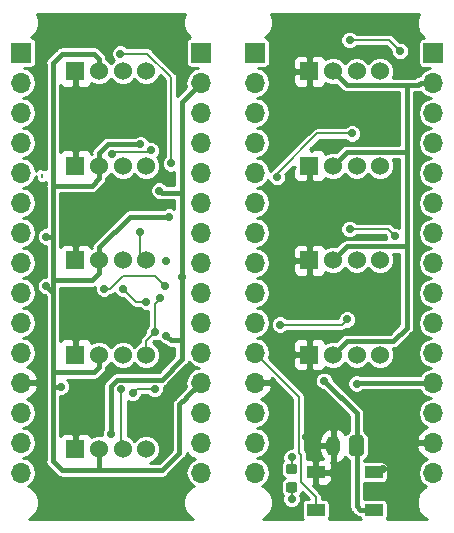
<source format=gbr>
G04 #@! TF.GenerationSoftware,KiCad,Pcbnew,(5.0.1-3-g963ef8bb5)*
G04 #@! TF.CreationDate,2019-07-31T15:24:12+02:00*
G04 #@! TF.ProjectId,StudIOT,53747564494F542E6B696361645F7063,rev?*
G04 #@! TF.SameCoordinates,Original*
G04 #@! TF.FileFunction,Copper,L1,Top,Signal*
G04 #@! TF.FilePolarity,Positive*
%FSLAX46Y46*%
G04 Gerber Fmt 4.6, Leading zero omitted, Abs format (unit mm)*
G04 Created by KiCad (PCBNEW (5.0.1-3-g963ef8bb5)) date 2019 July 31, Wednesday 15:24:12*
%MOMM*%
%LPD*%
G01*
G04 APERTURE LIST*
G04 #@! TA.AperFunction,ComponentPad*
%ADD10R,1.524000X1.524000*%
G04 #@! TD*
G04 #@! TA.AperFunction,ComponentPad*
%ADD11C,1.524000*%
G04 #@! TD*
G04 #@! TA.AperFunction,Conductor*
%ADD12C,0.100000*%
G04 #@! TD*
G04 #@! TA.AperFunction,SMDPad,CuDef*
%ADD13C,0.875000*%
G04 #@! TD*
G04 #@! TA.AperFunction,SMDPad,CuDef*
%ADD14R,1.500000X1.000000*%
G04 #@! TD*
G04 #@! TA.AperFunction,ComponentPad*
%ADD15O,1.700000X1.700000*%
G04 #@! TD*
G04 #@! TA.AperFunction,ComponentPad*
%ADD16R,1.700000X1.700000*%
G04 #@! TD*
G04 #@! TA.AperFunction,ComponentPad*
%ADD17C,1.200000*%
G04 #@! TD*
G04 #@! TA.AperFunction,ComponentPad*
%ADD18O,1.200000X1.750000*%
G04 #@! TD*
G04 #@! TA.AperFunction,ViaPad*
%ADD19C,0.700000*%
G04 #@! TD*
G04 #@! TA.AperFunction,Conductor*
%ADD20C,0.200000*%
G04 #@! TD*
G04 #@! TA.AperFunction,Conductor*
%ADD21C,0.400000*%
G04 #@! TD*
G04 #@! TA.AperFunction,Conductor*
%ADD22C,0.254000*%
G04 #@! TD*
G04 APERTURE END LIST*
D10*
G04 #@! TO.P,J30,1*
G04 #@! TO.N,GND*
X97000000Y-99800000D03*
D11*
G04 #@! TO.P,J30,2*
G04 #@! TO.N,+5V*
X99000000Y-99800000D03*
G04 #@! TO.P,J30,3*
G04 #@! TO.N,Net-(J30-Pad3)*
X101000000Y-99800000D03*
G04 #@! TO.P,J30,4*
G04 #@! TO.N,Net-(J30-Pad4)*
X103000000Y-99800000D03*
G04 #@! TD*
G04 #@! TO.P,J50,4*
G04 #@! TO.N,Net-(J50-Pad4)*
X103000000Y-115800000D03*
G04 #@! TO.P,J50,3*
G04 #@! TO.N,Net-(J50-Pad3)*
X101000000Y-115800000D03*
G04 #@! TO.P,J50,2*
G04 #@! TO.N,+5V*
X99000000Y-115800000D03*
D10*
G04 #@! TO.P,J50,1*
G04 #@! TO.N,GND*
X97000000Y-115800000D03*
G04 #@! TD*
G04 #@! TO.P,J60,1*
G04 #@! TO.N,GND*
X97000000Y-107800000D03*
D11*
G04 #@! TO.P,J60,2*
G04 #@! TO.N,+5V*
X99000000Y-107800000D03*
G04 #@! TO.P,J60,3*
G04 #@! TO.N,Net-(J60-Pad3)*
X101000000Y-107800000D03*
G04 #@! TO.P,J60,4*
G04 #@! TO.N,Net-(J60-Pad4)*
X103000000Y-107800000D03*
G04 #@! TD*
D10*
G04 #@! TO.P,J20,1*
G04 #@! TO.N,GND*
X97000000Y-91800000D03*
D11*
G04 #@! TO.P,J20,2*
G04 #@! TO.N,+5V*
X99000000Y-91800000D03*
G04 #@! TO.P,J20,3*
G04 #@! TO.N,Net-(J20-Pad3)*
X101000000Y-91800000D03*
G04 #@! TO.P,J20,4*
G04 #@! TO.N,Net-(J20-Pad4)*
X103000000Y-91800000D03*
G04 #@! TD*
D10*
G04 #@! TO.P,J70,1*
G04 #@! TO.N,GND*
X116800000Y-83800000D03*
D11*
G04 #@! TO.P,J70,2*
G04 #@! TO.N,+3V3*
X118800000Y-83800000D03*
G04 #@! TO.P,J70,3*
G04 #@! TO.N,Net-(J70-Pad3)*
X120800000Y-83800000D03*
G04 #@! TO.P,J70,4*
G04 #@! TO.N,Net-(J70-Pad4)*
X122800000Y-83800000D03*
G04 #@! TD*
D12*
G04 #@! TO.N,Net-(D10-Pad1)*
G04 #@! TO.C,D10*
G36*
X115577691Y-117026053D02*
X115598926Y-117029203D01*
X115619750Y-117034419D01*
X115639962Y-117041651D01*
X115659368Y-117050830D01*
X115677781Y-117061866D01*
X115695024Y-117074654D01*
X115710930Y-117089070D01*
X115725346Y-117104976D01*
X115738134Y-117122219D01*
X115749170Y-117140632D01*
X115758349Y-117160038D01*
X115765581Y-117180250D01*
X115770797Y-117201074D01*
X115773947Y-117222309D01*
X115775000Y-117243750D01*
X115775000Y-117681250D01*
X115773947Y-117702691D01*
X115770797Y-117723926D01*
X115765581Y-117744750D01*
X115758349Y-117764962D01*
X115749170Y-117784368D01*
X115738134Y-117802781D01*
X115725346Y-117820024D01*
X115710930Y-117835930D01*
X115695024Y-117850346D01*
X115677781Y-117863134D01*
X115659368Y-117874170D01*
X115639962Y-117883349D01*
X115619750Y-117890581D01*
X115598926Y-117895797D01*
X115577691Y-117898947D01*
X115556250Y-117900000D01*
X115043750Y-117900000D01*
X115022309Y-117898947D01*
X115001074Y-117895797D01*
X114980250Y-117890581D01*
X114960038Y-117883349D01*
X114940632Y-117874170D01*
X114922219Y-117863134D01*
X114904976Y-117850346D01*
X114889070Y-117835930D01*
X114874654Y-117820024D01*
X114861866Y-117802781D01*
X114850830Y-117784368D01*
X114841651Y-117764962D01*
X114834419Y-117744750D01*
X114829203Y-117723926D01*
X114826053Y-117702691D01*
X114825000Y-117681250D01*
X114825000Y-117243750D01*
X114826053Y-117222309D01*
X114829203Y-117201074D01*
X114834419Y-117180250D01*
X114841651Y-117160038D01*
X114850830Y-117140632D01*
X114861866Y-117122219D01*
X114874654Y-117104976D01*
X114889070Y-117089070D01*
X114904976Y-117074654D01*
X114922219Y-117061866D01*
X114940632Y-117050830D01*
X114960038Y-117041651D01*
X114980250Y-117034419D01*
X115001074Y-117029203D01*
X115022309Y-117026053D01*
X115043750Y-117025000D01*
X115556250Y-117025000D01*
X115577691Y-117026053D01*
X115577691Y-117026053D01*
G37*
D13*
G04 #@! TD*
G04 #@! TO.P,D10,1*
G04 #@! TO.N,Net-(D10-Pad1)*
X115300000Y-117462500D03*
D12*
G04 #@! TO.N,+5V*
G04 #@! TO.C,D10*
G36*
X115577691Y-118601053D02*
X115598926Y-118604203D01*
X115619750Y-118609419D01*
X115639962Y-118616651D01*
X115659368Y-118625830D01*
X115677781Y-118636866D01*
X115695024Y-118649654D01*
X115710930Y-118664070D01*
X115725346Y-118679976D01*
X115738134Y-118697219D01*
X115749170Y-118715632D01*
X115758349Y-118735038D01*
X115765581Y-118755250D01*
X115770797Y-118776074D01*
X115773947Y-118797309D01*
X115775000Y-118818750D01*
X115775000Y-119256250D01*
X115773947Y-119277691D01*
X115770797Y-119298926D01*
X115765581Y-119319750D01*
X115758349Y-119339962D01*
X115749170Y-119359368D01*
X115738134Y-119377781D01*
X115725346Y-119395024D01*
X115710930Y-119410930D01*
X115695024Y-119425346D01*
X115677781Y-119438134D01*
X115659368Y-119449170D01*
X115639962Y-119458349D01*
X115619750Y-119465581D01*
X115598926Y-119470797D01*
X115577691Y-119473947D01*
X115556250Y-119475000D01*
X115043750Y-119475000D01*
X115022309Y-119473947D01*
X115001074Y-119470797D01*
X114980250Y-119465581D01*
X114960038Y-119458349D01*
X114940632Y-119449170D01*
X114922219Y-119438134D01*
X114904976Y-119425346D01*
X114889070Y-119410930D01*
X114874654Y-119395024D01*
X114861866Y-119377781D01*
X114850830Y-119359368D01*
X114841651Y-119339962D01*
X114834419Y-119319750D01*
X114829203Y-119298926D01*
X114826053Y-119277691D01*
X114825000Y-119256250D01*
X114825000Y-118818750D01*
X114826053Y-118797309D01*
X114829203Y-118776074D01*
X114834419Y-118755250D01*
X114841651Y-118735038D01*
X114850830Y-118715632D01*
X114861866Y-118697219D01*
X114874654Y-118679976D01*
X114889070Y-118664070D01*
X114904976Y-118649654D01*
X114922219Y-118636866D01*
X114940632Y-118625830D01*
X114960038Y-118616651D01*
X114980250Y-118609419D01*
X115001074Y-118604203D01*
X115022309Y-118601053D01*
X115043750Y-118600000D01*
X115556250Y-118600000D01*
X115577691Y-118601053D01*
X115577691Y-118601053D01*
G37*
D13*
G04 #@! TD*
G04 #@! TO.P,D10,2*
G04 #@! TO.N,+5V*
X115300000Y-119037500D03*
D14*
G04 #@! TO.P,D11,3*
G04 #@! TO.N,GND*
X117350000Y-117750000D03*
G04 #@! TO.P,D11,4*
G04 #@! TO.N,/shield2/D2*
X117350000Y-120950000D03*
G04 #@! TO.P,D11,2*
G04 #@! TO.N,Net-(D11-Pad2)*
X122250000Y-117750000D03*
G04 #@! TO.P,D11,1*
G04 #@! TO.N,+BATT*
X122250000Y-120950000D03*
G04 #@! TD*
D15*
G04 #@! TO.P,J1,15*
G04 #@! TO.N,Net-(J1-Pad15)*
X107620000Y-117780000D03*
G04 #@! TO.P,J1,14*
G04 #@! TO.N,GND*
X107620000Y-115240000D03*
G04 #@! TO.P,J1,13*
G04 #@! TO.N,Net-(J1-Pad13)*
X107620000Y-112700000D03*
G04 #@! TO.P,J1,12*
G04 #@! TO.N,+5V*
X107620000Y-110160000D03*
G04 #@! TO.P,J1,11*
G04 #@! TO.N,Net-(J1-Pad11)*
X107620000Y-107620000D03*
G04 #@! TO.P,J1,10*
G04 #@! TO.N,Net-(J1-Pad10)*
X107620000Y-105080000D03*
G04 #@! TO.P,J1,9*
G04 #@! TO.N,/SCL3V3*
X107620000Y-102540000D03*
G04 #@! TO.P,J1,8*
G04 #@! TO.N,/SDA3V3*
X107620000Y-100000000D03*
G04 #@! TO.P,J1,7*
G04 #@! TO.N,Net-(J1-Pad7)*
X107620000Y-97460000D03*
G04 #@! TO.P,J1,6*
G04 #@! TO.N,Net-(J1-Pad6)*
X107620000Y-94920000D03*
G04 #@! TO.P,J1,5*
G04 #@! TO.N,/A1*
X107620000Y-92380000D03*
G04 #@! TO.P,J1,4*
G04 #@! TO.N,/A0*
X107620000Y-89840000D03*
G04 #@! TO.P,J1,3*
G04 #@! TO.N,Net-(J1-Pad3)*
X107620000Y-87300000D03*
G04 #@! TO.P,J1,2*
G04 #@! TO.N,+3V3*
X107620000Y-84760000D03*
D16*
G04 #@! TO.P,J1,1*
G04 #@! TO.N,Net-(J1-Pad1)*
X107620000Y-82220000D03*
G04 #@! TD*
G04 #@! TO.P,J2,1*
G04 #@! TO.N,Net-(J2-Pad1)*
X92380000Y-82220000D03*
D15*
G04 #@! TO.P,J2,2*
G04 #@! TO.N,Net-(J2-Pad2)*
X92380000Y-84760000D03*
G04 #@! TO.P,J2,3*
G04 #@! TO.N,Net-(J2-Pad3)*
X92380000Y-87300000D03*
G04 #@! TO.P,J2,4*
G04 #@! TO.N,Net-(J2-Pad4)*
X92380000Y-89840000D03*
G04 #@! TO.P,J2,5*
G04 #@! TO.N,Net-(J2-Pad5)*
X92380000Y-92380000D03*
G04 #@! TO.P,J2,6*
G04 #@! TO.N,Net-(J2-Pad6)*
X92380000Y-94920000D03*
G04 #@! TO.P,J2,7*
G04 #@! TO.N,Net-(J2-Pad7)*
X92380000Y-97460000D03*
G04 #@! TO.P,J2,8*
G04 #@! TO.N,Net-(J2-Pad8)*
X92380000Y-100000000D03*
G04 #@! TO.P,J2,9*
G04 #@! TO.N,/D4*
X92380000Y-102540000D03*
G04 #@! TO.P,J2,10*
G04 #@! TO.N,/D3*
X92380000Y-105080000D03*
G04 #@! TO.P,J2,11*
G04 #@! TO.N,Net-(J2-Pad11)*
X92380000Y-107620000D03*
G04 #@! TO.P,J2,12*
G04 #@! TO.N,GND*
X92380000Y-110160000D03*
G04 #@! TO.P,J2,13*
G04 #@! TO.N,Net-(J2-Pad13)*
X92380000Y-112700000D03*
G04 #@! TO.P,J2,14*
G04 #@! TO.N,Net-(J2-Pad14)*
X92380000Y-115240000D03*
G04 #@! TO.P,J2,15*
G04 #@! TO.N,Net-(J2-Pad15)*
X92380000Y-117780000D03*
G04 #@! TD*
D12*
G04 #@! TO.N,+BATT*
G04 #@! TO.C,J10*
G36*
X121174865Y-114626202D02*
X121199095Y-114629796D01*
X121222855Y-114635748D01*
X121245918Y-114644000D01*
X121268061Y-114654472D01*
X121289070Y-114667065D01*
X121308745Y-114681657D01*
X121326894Y-114698106D01*
X121343343Y-114716255D01*
X121357935Y-114735930D01*
X121370528Y-114756939D01*
X121381000Y-114779082D01*
X121389252Y-114802145D01*
X121395204Y-114825905D01*
X121398798Y-114850135D01*
X121400000Y-114874600D01*
X121400000Y-116125400D01*
X121398798Y-116149865D01*
X121395204Y-116174095D01*
X121389252Y-116197855D01*
X121381000Y-116220918D01*
X121370528Y-116243061D01*
X121357935Y-116264070D01*
X121343343Y-116283745D01*
X121326894Y-116301894D01*
X121308745Y-116318343D01*
X121289070Y-116332935D01*
X121268061Y-116345528D01*
X121245918Y-116356000D01*
X121222855Y-116364252D01*
X121199095Y-116370204D01*
X121174865Y-116373798D01*
X121150400Y-116375000D01*
X120449600Y-116375000D01*
X120425135Y-116373798D01*
X120400905Y-116370204D01*
X120377145Y-116364252D01*
X120354082Y-116356000D01*
X120331939Y-116345528D01*
X120310930Y-116332935D01*
X120291255Y-116318343D01*
X120273106Y-116301894D01*
X120256657Y-116283745D01*
X120242065Y-116264070D01*
X120229472Y-116243061D01*
X120219000Y-116220918D01*
X120210748Y-116197855D01*
X120204796Y-116174095D01*
X120201202Y-116149865D01*
X120200000Y-116125400D01*
X120200000Y-114874600D01*
X120201202Y-114850135D01*
X120204796Y-114825905D01*
X120210748Y-114802145D01*
X120219000Y-114779082D01*
X120229472Y-114756939D01*
X120242065Y-114735930D01*
X120256657Y-114716255D01*
X120273106Y-114698106D01*
X120291255Y-114681657D01*
X120310930Y-114667065D01*
X120331939Y-114654472D01*
X120354082Y-114644000D01*
X120377145Y-114635748D01*
X120400905Y-114629796D01*
X120425135Y-114626202D01*
X120449600Y-114625000D01*
X121150400Y-114625000D01*
X121174865Y-114626202D01*
X121174865Y-114626202D01*
G37*
D17*
G04 #@! TD*
G04 #@! TO.P,J10,1*
G04 #@! TO.N,+BATT*
X120800000Y-115500000D03*
D18*
G04 #@! TO.P,J10,2*
G04 #@! TO.N,GND*
X118850000Y-115500000D03*
G04 #@! TD*
D15*
G04 #@! TO.P,J11,15*
G04 #@! TO.N,+BATT*
X127300000Y-117810000D03*
G04 #@! TO.P,J11,14*
G04 #@! TO.N,GND*
X127300000Y-115270000D03*
G04 #@! TO.P,J11,13*
G04 #@! TO.N,Net-(J11-Pad13)*
X127300000Y-112730000D03*
G04 #@! TO.P,J11,12*
G04 #@! TO.N,+5V*
X127300000Y-110190000D03*
G04 #@! TO.P,J11,11*
G04 #@! TO.N,/shield2/V_DIV*
X127300000Y-107650000D03*
G04 #@! TO.P,J11,10*
G04 #@! TO.N,Net-(J11-Pad10)*
X127300000Y-105110000D03*
G04 #@! TO.P,J11,9*
G04 #@! TO.N,/shield2/SCL*
X127300000Y-102570000D03*
G04 #@! TO.P,J11,8*
G04 #@! TO.N,/shield2/SDA*
X127300000Y-100030000D03*
G04 #@! TO.P,J11,7*
G04 #@! TO.N,Net-(J11-Pad7)*
X127300000Y-97490000D03*
G04 #@! TO.P,J11,6*
G04 #@! TO.N,Net-(J11-Pad6)*
X127300000Y-94950000D03*
G04 #@! TO.P,J11,5*
G04 #@! TO.N,/shield2/A1*
X127300000Y-92410000D03*
G04 #@! TO.P,J11,4*
G04 #@! TO.N,/shield2/A0*
X127300000Y-89870000D03*
G04 #@! TO.P,J11,3*
G04 #@! TO.N,Net-(J11-Pad3)*
X127300000Y-87330000D03*
G04 #@! TO.P,J11,2*
G04 #@! TO.N,+3V3*
X127300000Y-84790000D03*
D16*
G04 #@! TO.P,J11,1*
G04 #@! TO.N,Net-(J11-Pad1)*
X127300000Y-82250000D03*
G04 #@! TD*
G04 #@! TO.P,J12,1*
G04 #@! TO.N,Net-(J12-Pad1)*
X112180000Y-82220000D03*
D15*
G04 #@! TO.P,J12,2*
G04 #@! TO.N,Net-(J12-Pad2)*
X112180000Y-84760000D03*
G04 #@! TO.P,J12,3*
G04 #@! TO.N,Net-(J12-Pad3)*
X112180000Y-87300000D03*
G04 #@! TO.P,J12,4*
G04 #@! TO.N,Net-(J12-Pad4)*
X112180000Y-89840000D03*
G04 #@! TO.P,J12,5*
G04 #@! TO.N,Net-(J12-Pad5)*
X112180000Y-92380000D03*
G04 #@! TO.P,J12,6*
G04 #@! TO.N,Net-(J12-Pad6)*
X112180000Y-94920000D03*
G04 #@! TO.P,J12,7*
G04 #@! TO.N,/shield2/D6*
X112180000Y-97460000D03*
G04 #@! TO.P,J12,8*
G04 #@! TO.N,/shield2/D5*
X112180000Y-100000000D03*
G04 #@! TO.P,J12,9*
G04 #@! TO.N,/shield2/D4*
X112180000Y-102540000D03*
G04 #@! TO.P,J12,10*
G04 #@! TO.N,/shield2/D3*
X112180000Y-105080000D03*
G04 #@! TO.P,J12,11*
G04 #@! TO.N,/shield2/D2*
X112180000Y-107620000D03*
G04 #@! TO.P,J12,12*
G04 #@! TO.N,GND*
X112180000Y-110160000D03*
G04 #@! TO.P,J12,13*
G04 #@! TO.N,Net-(J12-Pad13)*
X112180000Y-112700000D03*
G04 #@! TO.P,J12,14*
G04 #@! TO.N,/shield2/RX*
X112180000Y-115240000D03*
G04 #@! TO.P,J12,15*
G04 #@! TO.N,/shield2/TX*
X112180000Y-117780000D03*
G04 #@! TD*
D11*
G04 #@! TO.P,J80,4*
G04 #@! TO.N,Net-(J80-Pad4)*
X122800000Y-91800000D03*
G04 #@! TO.P,J80,3*
G04 #@! TO.N,Net-(J80-Pad3)*
X120800000Y-91800000D03*
G04 #@! TO.P,J80,2*
G04 #@! TO.N,+3V3*
X118800000Y-91800000D03*
D10*
G04 #@! TO.P,J80,1*
G04 #@! TO.N,GND*
X116800000Y-91800000D03*
G04 #@! TD*
G04 #@! TO.P,J90,1*
G04 #@! TO.N,GND*
X116800000Y-99800000D03*
D11*
G04 #@! TO.P,J90,2*
G04 #@! TO.N,+3V3*
X118800000Y-99800000D03*
G04 #@! TO.P,J90,3*
G04 #@! TO.N,Net-(J90-Pad3)*
X120800000Y-99800000D03*
G04 #@! TO.P,J90,4*
G04 #@! TO.N,Net-(J90-Pad4)*
X122800000Y-99800000D03*
G04 #@! TD*
G04 #@! TO.P,J100,4*
G04 #@! TO.N,Net-(J100-Pad4)*
X122800000Y-107800000D03*
G04 #@! TO.P,J100,3*
G04 #@! TO.N,Net-(J100-Pad3)*
X120800000Y-107800000D03*
G04 #@! TO.P,J100,2*
G04 #@! TO.N,+3V3*
X118800000Y-107800000D03*
D10*
G04 #@! TO.P,J100,1*
G04 #@! TO.N,GND*
X116800000Y-107800000D03*
G04 #@! TD*
G04 #@! TO.P,J110,1*
G04 #@! TO.N,GND*
X97000000Y-83800000D03*
D11*
G04 #@! TO.P,J110,2*
G04 #@! TO.N,+5V*
X99000000Y-83800000D03*
G04 #@! TO.P,J110,3*
G04 #@! TO.N,Net-(J110-Pad3)*
X101000000Y-83800000D03*
G04 #@! TO.P,J110,4*
G04 #@! TO.N,Net-(J110-Pad4)*
X103000000Y-83800000D03*
G04 #@! TD*
D19*
G04 #@! TO.N,*
X104700000Y-99900000D03*
G04 #@! TO.N,GND*
X96000000Y-112000000D03*
X99100000Y-111600000D03*
X98000000Y-106200000D03*
X99061326Y-104557914D03*
X105000000Y-111300000D03*
X94200000Y-114400000D03*
X97700000Y-102800000D03*
X100400000Y-93400000D03*
X103700000Y-85400000D03*
X94300000Y-91900000D03*
X104400000Y-90500000D03*
X105200000Y-92900000D03*
X94300000Y-110400000D03*
X104800000Y-108100000D03*
X98100000Y-89800000D03*
X102000000Y-85400000D03*
X114050000Y-117750000D03*
X116550000Y-114750000D03*
X117550000Y-112500000D03*
X114550000Y-112750000D03*
X114550000Y-113750000D03*
X114550000Y-114750000D03*
X114800000Y-108250000D03*
X115050000Y-109250000D03*
X116050000Y-109750000D03*
X123050000Y-117500000D03*
X124050000Y-117500000D03*
X125050000Y-117500000D03*
X123300000Y-114500000D03*
X124300000Y-114500000D03*
X125300000Y-114500000D03*
X124550000Y-108750000D03*
X125300000Y-107750000D03*
X125550000Y-106500000D03*
X120300000Y-102000000D03*
X124050000Y-102000000D03*
G04 #@! TO.N,+3V3*
X100000000Y-114500000D03*
X104700000Y-106180010D03*
X104100000Y-93900000D03*
X106000000Y-101200000D03*
G04 #@! TO.N,+5V*
X102500000Y-90000000D03*
X94500000Y-97800000D03*
X104900000Y-96100000D03*
X95800000Y-110500000D03*
X94500000Y-102000000D03*
X120800000Y-110250000D03*
X115300000Y-120000000D03*
G04 #@! TO.N,/SCL3V3*
X103400000Y-90500000D03*
X100126559Y-90768168D03*
G04 #@! TO.N,Net-(J30-Pad4)*
X102500000Y-97400000D03*
G04 #@! TO.N,Net-(J50-Pad3)*
X100900000Y-110700000D03*
G04 #@! TO.N,Net-(J60-Pad3)*
X103000000Y-103300000D03*
X101000000Y-102200000D03*
G04 #@! TO.N,Net-(J60-Pad4)*
X104200000Y-103000000D03*
X103700000Y-105900000D03*
G04 #@! TO.N,/D4*
X101832880Y-111067120D03*
X103700000Y-110700000D03*
G04 #@! TO.N,VDD*
X104600000Y-101950000D03*
X99400000Y-102200000D03*
G04 #@! TO.N,+BATT*
X118050000Y-110000000D03*
G04 #@! TO.N,Net-(D10-Pad1)*
X115300000Y-116500000D03*
G04 #@! TO.N,/shield2/A1*
X120206569Y-81142181D03*
X124480375Y-82099615D03*
G04 #@! TO.N,/shield2/D5*
X120394834Y-89070691D03*
X114048182Y-92748182D03*
G04 #@! TO.N,/shield2/SCL*
X120206569Y-97142181D03*
X124050000Y-97750000D03*
G04 #@! TO.N,/shield2/RX*
X114300000Y-105250000D03*
X119994620Y-104805380D03*
G04 #@! TO.N,/A1*
X100800000Y-82300000D03*
X105100000Y-91600000D03*
G04 #@! TD*
D20*
G04 #@! TO.N,*
X94148182Y-92487816D02*
X94148182Y-92748182D01*
D21*
G04 #@! TO.N,GND*
X97000000Y-113000000D02*
X96000000Y-112000000D01*
X97000000Y-115800000D02*
X97000000Y-113000000D01*
X96400000Y-111600000D02*
X96000000Y-112000000D01*
X99100000Y-111600000D02*
X96400000Y-111600000D01*
X99061326Y-105138674D02*
X98000000Y-106200000D01*
X99061326Y-104557914D02*
X99061326Y-105138674D01*
G04 #@! TO.N,+3V3*
X106000000Y-86380000D02*
X107620000Y-84760000D01*
X100000000Y-110415998D02*
X100000000Y-114500000D01*
X106000000Y-108199998D02*
X104299999Y-109899999D01*
X100515999Y-109899999D02*
X100000000Y-110415998D01*
X104299999Y-109899999D02*
X100515999Y-109899999D01*
X104300000Y-94100000D02*
X104100000Y-93900000D01*
X106000000Y-101200000D02*
X106000000Y-101200000D01*
X106000000Y-94100000D02*
X104300000Y-94100000D01*
X106000000Y-94100000D02*
X106000000Y-86380000D01*
X105980009Y-106580009D02*
X106000000Y-106600000D01*
X105099999Y-106580009D02*
X105980009Y-106580009D01*
X104700000Y-106180010D02*
X105099999Y-106580009D01*
X106000000Y-106600000D02*
X106000000Y-108199998D01*
X106000000Y-101200000D02*
X106000000Y-106600000D01*
X104100000Y-93900000D02*
X104100000Y-93900000D01*
X106000000Y-101200000D02*
X106000000Y-94100000D01*
X124937999Y-90637999D02*
X125050000Y-90750000D01*
X119962001Y-90637999D02*
X124937999Y-90637999D01*
X125050000Y-90750000D02*
X125050000Y-98250000D01*
X118800000Y-91800000D02*
X119962001Y-90637999D01*
X125050000Y-85750000D02*
X125050000Y-90750000D01*
X119962001Y-106637999D02*
X123912001Y-106637999D01*
X118800000Y-107800000D02*
X119962001Y-106637999D01*
X125050000Y-105500000D02*
X125050000Y-101550000D01*
X123912001Y-106637999D02*
X125050000Y-105500000D01*
X118800000Y-83800000D02*
X119962001Y-84962001D01*
X125050000Y-84962001D02*
X125762001Y-84962001D01*
X125050000Y-85750000D02*
X125050000Y-84962001D01*
X119962001Y-84962001D02*
X125050000Y-84962001D01*
X126015918Y-84962001D02*
X125762001Y-84962001D01*
X126217919Y-84760000D02*
X126015918Y-84962001D01*
X127420000Y-84760000D02*
X126217919Y-84760000D01*
X124937999Y-98637999D02*
X125050000Y-98750000D01*
X119962001Y-98637999D02*
X124937999Y-98637999D01*
X118800000Y-99800000D02*
X119962001Y-98637999D01*
X125050000Y-98750000D02*
X125050000Y-101550000D01*
X125050000Y-98250000D02*
X125050000Y-98750000D01*
G04 #@! TO.N,+5V*
X106369999Y-111410001D02*
X106369999Y-111430001D01*
X107620000Y-110160000D02*
X106369999Y-111410001D01*
X106369999Y-111430001D02*
X105800000Y-112000000D01*
X99000000Y-100877630D02*
X99000000Y-99800000D01*
X95100000Y-101500000D02*
X98377630Y-101500000D01*
X98377630Y-101500000D02*
X99000000Y-100877630D01*
X99000000Y-92877630D02*
X99000000Y-91800000D01*
X98377630Y-93500000D02*
X99000000Y-92877630D01*
X95100000Y-93500000D02*
X98377630Y-93500000D01*
X95100000Y-104500000D02*
X95100000Y-103000000D01*
X95100000Y-102600000D02*
X94500000Y-102000000D01*
X95100000Y-103500000D02*
X95100000Y-102600000D01*
X95100000Y-104500000D02*
X95100000Y-103500000D01*
X95100000Y-103500000D02*
X95100000Y-101500000D01*
X102500000Y-90000000D02*
X100800000Y-90000000D01*
X99000000Y-90722370D02*
X99722370Y-90000000D01*
X99722370Y-90000000D02*
X100800000Y-90000000D01*
X99000000Y-91800000D02*
X99000000Y-90722370D01*
X94500000Y-97800000D02*
X95100000Y-97800000D01*
X95100000Y-97800000D02*
X95100000Y-93500000D01*
X95100000Y-101500000D02*
X95100000Y-97800000D01*
X101622370Y-96100000D02*
X104900000Y-96100000D01*
X99000000Y-98722370D02*
X101622370Y-96100000D01*
X99000000Y-99800000D02*
X99000000Y-98722370D01*
X95100000Y-106500000D02*
X95100000Y-104500000D01*
X95305026Y-110500000D02*
X95100000Y-110500000D01*
X95800000Y-110500000D02*
X95305026Y-110500000D01*
X95100000Y-110500000D02*
X95100000Y-109500000D01*
X98577630Y-109300000D02*
X95100000Y-109300000D01*
X99000000Y-108877630D02*
X98577630Y-109300000D01*
X95100000Y-109300000D02*
X95100000Y-106500000D01*
X99000000Y-107800000D02*
X99000000Y-108877630D01*
X95100000Y-109500000D02*
X95100000Y-109300000D01*
X94500000Y-102000000D02*
X94500000Y-102000000D01*
X95100000Y-115900000D02*
X95100000Y-116800000D01*
X95100000Y-116144002D02*
X95100000Y-115900000D01*
X95100000Y-115900000D02*
X95100000Y-110500000D01*
X95100000Y-116800000D02*
X95900000Y-117600000D01*
X95900000Y-117600000D02*
X99000000Y-117600000D01*
X99000000Y-115800000D02*
X99000000Y-117600000D01*
X104300000Y-117600000D02*
X105800000Y-116100000D01*
X99000000Y-117600000D02*
X104300000Y-117600000D01*
X105800000Y-112000000D02*
X105800000Y-116100000D01*
X99000000Y-82722370D02*
X99000000Y-83800000D01*
X98577630Y-82300000D02*
X99000000Y-82722370D01*
X95900000Y-82300000D02*
X98577630Y-82300000D01*
X95100000Y-83100000D02*
X95900000Y-82300000D01*
X95100000Y-93500000D02*
X95100000Y-83100000D01*
X120890000Y-110160000D02*
X120800000Y-110250000D01*
X127420000Y-110160000D02*
X120890000Y-110160000D01*
D20*
X115300000Y-120000000D02*
X115300000Y-119037500D01*
G04 #@! TO.N,/SCL3V3*
X100244726Y-90650001D02*
X100126559Y-90768168D01*
X103249999Y-90650001D02*
X100244726Y-90650001D01*
X103400000Y-90500000D02*
X103249999Y-90650001D01*
X100126559Y-90768168D02*
X100126559Y-90768168D01*
G04 #@! TO.N,Net-(J30-Pad4)*
X102500000Y-99300000D02*
X103000000Y-99800000D01*
X102500000Y-97400000D02*
X102500000Y-99300000D01*
G04 #@! TO.N,Net-(J50-Pad3)*
X100900000Y-115700000D02*
X101000000Y-115800000D01*
X100900000Y-110700000D02*
X100900000Y-115700000D01*
G04 #@! TO.N,Net-(J60-Pad3)*
X102100000Y-103300000D02*
X103000000Y-103300000D01*
X101000000Y-102200000D02*
X102100000Y-103300000D01*
X103000000Y-103300000D02*
X103000000Y-103300000D01*
G04 #@! TO.N,Net-(J60-Pad4)*
X103000000Y-106600000D02*
X103000000Y-107800000D01*
X103700000Y-105900000D02*
X103000000Y-106600000D01*
X103700000Y-103500000D02*
X104200000Y-103000000D01*
X103700000Y-105900000D02*
X103700000Y-103500000D01*
X104200000Y-103000000D02*
X104200000Y-103000000D01*
G04 #@! TO.N,/D4*
X102182879Y-110717121D02*
X103517121Y-110717121D01*
X101832880Y-111067120D02*
X102182879Y-110717121D01*
X103534242Y-110700000D02*
X103700000Y-110700000D01*
X103517121Y-110717121D02*
X103534242Y-110700000D01*
G04 #@! TO.N,VDD*
X104600000Y-101950000D02*
X103750000Y-101100000D01*
X99963998Y-102200000D02*
X99400000Y-102200000D01*
X101063998Y-101100000D02*
X99963998Y-102200000D01*
X103750000Y-101100000D02*
X101063998Y-101100000D01*
D21*
G04 #@! TO.N,+BATT*
X120800000Y-112750000D02*
X118050000Y-110000000D01*
X120800000Y-115500000D02*
X120800000Y-112750000D01*
X120800000Y-116475000D02*
X120800000Y-115500000D01*
X120800000Y-120650000D02*
X120800000Y-116475000D01*
X121100000Y-120950000D02*
X120800000Y-120650000D01*
X122250000Y-120950000D02*
X121100000Y-120950000D01*
D20*
G04 #@! TO.N,Net-(D10-Pad1)*
X115300000Y-116500000D02*
X115300000Y-117462500D01*
G04 #@! TO.N,/shield2/D2*
X117350000Y-120950000D02*
X117350000Y-119878860D01*
X116075010Y-118603870D02*
X116075010Y-116275010D01*
X117350000Y-119878860D02*
X116075010Y-118603870D01*
X115899999Y-116099999D02*
X116075010Y-116275010D01*
X115899999Y-111339999D02*
X115899999Y-116099999D01*
X112180000Y-107620000D02*
X115899999Y-111339999D01*
G04 #@! TO.N,/shield2/A1*
X123522941Y-81142181D02*
X124480375Y-82099615D01*
X120206569Y-81142181D02*
X123522941Y-81142181D01*
G04 #@! TO.N,/shield2/D5*
X117465307Y-89070691D02*
X114048182Y-92487816D01*
X114048182Y-92487816D02*
X114048182Y-92748182D01*
X120394834Y-89070691D02*
X117465307Y-89070691D01*
G04 #@! TO.N,/shield2/SCL*
X123442181Y-97142181D02*
X124050000Y-97750000D01*
X120206569Y-97142181D02*
X123442181Y-97142181D01*
G04 #@! TO.N,/shield2/RX*
X119550000Y-105250000D02*
X119994620Y-104805380D01*
X114300000Y-105250000D02*
X119550000Y-105250000D01*
G04 #@! TO.N,/A1*
X103071762Y-82300000D02*
X105100000Y-84328238D01*
X105100000Y-84328238D02*
X105100000Y-91600000D01*
X100800000Y-82300000D02*
X103071762Y-82300000D01*
X105100000Y-91600000D02*
X105100000Y-91600000D01*
G04 #@! TD*
D22*
G04 #@! TO.N,GND*
G36*
X93621182Y-92800085D02*
X93651759Y-92953807D01*
X93768238Y-93128127D01*
X93942558Y-93244605D01*
X94148182Y-93285506D01*
X94353807Y-93244605D01*
X94473000Y-93164962D01*
X94473000Y-93438250D01*
X94460717Y-93500000D01*
X94473001Y-93561755D01*
X94473000Y-97023000D01*
X94345445Y-97023000D01*
X94059865Y-97141291D01*
X93841291Y-97359865D01*
X93723000Y-97645445D01*
X93723000Y-97954555D01*
X93841291Y-98240135D01*
X94059865Y-98458709D01*
X94345445Y-98577000D01*
X94473001Y-98577000D01*
X94473000Y-101223000D01*
X94345445Y-101223000D01*
X94059865Y-101341291D01*
X93841291Y-101559865D01*
X93723000Y-101845445D01*
X93723000Y-102154555D01*
X93841291Y-102440135D01*
X94059865Y-102658709D01*
X94345445Y-102777000D01*
X94390288Y-102777000D01*
X94473000Y-102859712D01*
X94473000Y-103561749D01*
X94473001Y-103561752D01*
X94473000Y-104561749D01*
X94473001Y-104561754D01*
X94473000Y-106561749D01*
X94473001Y-106561754D01*
X94473000Y-109238250D01*
X94460717Y-109300000D01*
X94473000Y-109361749D01*
X94473000Y-109561749D01*
X94473001Y-109561753D01*
X94473000Y-110438249D01*
X94460717Y-110500000D01*
X94473001Y-110561755D01*
X94473000Y-115838250D01*
X94473000Y-115838251D01*
X94473001Y-116738249D01*
X94460718Y-116800000D01*
X94509380Y-117044642D01*
X94611183Y-117197000D01*
X94647960Y-117252041D01*
X94700307Y-117287018D01*
X95412981Y-117999693D01*
X95447959Y-118052041D01*
X95655357Y-118190620D01*
X95838250Y-118227000D01*
X95838254Y-118227000D01*
X95900000Y-118239282D01*
X95961746Y-118227000D01*
X98938250Y-118227000D01*
X99000000Y-118239283D01*
X99061750Y-118227000D01*
X104238254Y-118227000D01*
X104300000Y-118239282D01*
X104361746Y-118227000D01*
X104361750Y-118227000D01*
X104544643Y-118190620D01*
X104752041Y-118052041D01*
X104787020Y-117999691D01*
X106199693Y-116587019D01*
X106252041Y-116552041D01*
X106390620Y-116344643D01*
X106427000Y-116161750D01*
X106427000Y-116161746D01*
X106438189Y-116105498D01*
X106738642Y-116435183D01*
X107088340Y-116599410D01*
X106699335Y-116859335D01*
X106417093Y-117281740D01*
X106317983Y-117780000D01*
X106417093Y-118278260D01*
X106699335Y-118700665D01*
X107020729Y-118915413D01*
X106755024Y-119025472D01*
X106325472Y-119455024D01*
X106093000Y-120016261D01*
X106093000Y-120623739D01*
X106325472Y-121184976D01*
X106755024Y-121614528D01*
X106944472Y-121693000D01*
X93055528Y-121693000D01*
X93244976Y-121614528D01*
X93674528Y-121184976D01*
X93907000Y-120623739D01*
X93907000Y-120016261D01*
X93674528Y-119455024D01*
X93244976Y-119025472D01*
X92979271Y-118915413D01*
X93300665Y-118700665D01*
X93582907Y-118278260D01*
X93682017Y-117780000D01*
X93582907Y-117281740D01*
X93300665Y-116859335D01*
X92878260Y-116577093D01*
X92540960Y-116510000D01*
X92878260Y-116442907D01*
X93300665Y-116160665D01*
X93582907Y-115738260D01*
X93682017Y-115240000D01*
X93582907Y-114741740D01*
X93300665Y-114319335D01*
X92878260Y-114037093D01*
X92540960Y-113970000D01*
X92878260Y-113902907D01*
X93300665Y-113620665D01*
X93582907Y-113198260D01*
X93682017Y-112700000D01*
X93582907Y-112201740D01*
X93300665Y-111779335D01*
X92911660Y-111519410D01*
X93261358Y-111355183D01*
X93651645Y-110926924D01*
X93821476Y-110516890D01*
X93700155Y-110287000D01*
X92507000Y-110287000D01*
X92507000Y-110307000D01*
X92253000Y-110307000D01*
X92253000Y-110287000D01*
X92233000Y-110287000D01*
X92233000Y-110033000D01*
X92253000Y-110033000D01*
X92253000Y-110013000D01*
X92507000Y-110013000D01*
X92507000Y-110033000D01*
X93700155Y-110033000D01*
X93821476Y-109803110D01*
X93651645Y-109393076D01*
X93261358Y-108964817D01*
X92911660Y-108800590D01*
X93300665Y-108540665D01*
X93582907Y-108118260D01*
X93682017Y-107620000D01*
X93582907Y-107121740D01*
X93300665Y-106699335D01*
X92878260Y-106417093D01*
X92540960Y-106350000D01*
X92878260Y-106282907D01*
X93300665Y-106000665D01*
X93582907Y-105578260D01*
X93682017Y-105080000D01*
X93582907Y-104581740D01*
X93300665Y-104159335D01*
X92878260Y-103877093D01*
X92540960Y-103810000D01*
X92878260Y-103742907D01*
X93300665Y-103460665D01*
X93582907Y-103038260D01*
X93682017Y-102540000D01*
X93582907Y-102041740D01*
X93300665Y-101619335D01*
X92878260Y-101337093D01*
X92540960Y-101270000D01*
X92878260Y-101202907D01*
X93300665Y-100920665D01*
X93582907Y-100498260D01*
X93682017Y-100000000D01*
X93582907Y-99501740D01*
X93300665Y-99079335D01*
X92878260Y-98797093D01*
X92540960Y-98730000D01*
X92878260Y-98662907D01*
X93300665Y-98380665D01*
X93582907Y-97958260D01*
X93682017Y-97460000D01*
X93582907Y-96961740D01*
X93300665Y-96539335D01*
X92878260Y-96257093D01*
X92540960Y-96190000D01*
X92878260Y-96122907D01*
X93300665Y-95840665D01*
X93582907Y-95418260D01*
X93682017Y-94920000D01*
X93582907Y-94421740D01*
X93300665Y-93999335D01*
X92878260Y-93717093D01*
X92540960Y-93650000D01*
X92878260Y-93582907D01*
X93300665Y-93300665D01*
X93582907Y-92878260D01*
X93621182Y-92685838D01*
X93621182Y-92800085D01*
X93621182Y-92800085D01*
G37*
X93621182Y-92800085D02*
X93651759Y-92953807D01*
X93768238Y-93128127D01*
X93942558Y-93244605D01*
X94148182Y-93285506D01*
X94353807Y-93244605D01*
X94473000Y-93164962D01*
X94473000Y-93438250D01*
X94460717Y-93500000D01*
X94473001Y-93561755D01*
X94473000Y-97023000D01*
X94345445Y-97023000D01*
X94059865Y-97141291D01*
X93841291Y-97359865D01*
X93723000Y-97645445D01*
X93723000Y-97954555D01*
X93841291Y-98240135D01*
X94059865Y-98458709D01*
X94345445Y-98577000D01*
X94473001Y-98577000D01*
X94473000Y-101223000D01*
X94345445Y-101223000D01*
X94059865Y-101341291D01*
X93841291Y-101559865D01*
X93723000Y-101845445D01*
X93723000Y-102154555D01*
X93841291Y-102440135D01*
X94059865Y-102658709D01*
X94345445Y-102777000D01*
X94390288Y-102777000D01*
X94473000Y-102859712D01*
X94473000Y-103561749D01*
X94473001Y-103561752D01*
X94473000Y-104561749D01*
X94473001Y-104561754D01*
X94473000Y-106561749D01*
X94473001Y-106561754D01*
X94473000Y-109238250D01*
X94460717Y-109300000D01*
X94473000Y-109361749D01*
X94473000Y-109561749D01*
X94473001Y-109561753D01*
X94473000Y-110438249D01*
X94460717Y-110500000D01*
X94473001Y-110561755D01*
X94473000Y-115838250D01*
X94473000Y-115838251D01*
X94473001Y-116738249D01*
X94460718Y-116800000D01*
X94509380Y-117044642D01*
X94611183Y-117197000D01*
X94647960Y-117252041D01*
X94700307Y-117287018D01*
X95412981Y-117999693D01*
X95447959Y-118052041D01*
X95655357Y-118190620D01*
X95838250Y-118227000D01*
X95838254Y-118227000D01*
X95900000Y-118239282D01*
X95961746Y-118227000D01*
X98938250Y-118227000D01*
X99000000Y-118239283D01*
X99061750Y-118227000D01*
X104238254Y-118227000D01*
X104300000Y-118239282D01*
X104361746Y-118227000D01*
X104361750Y-118227000D01*
X104544643Y-118190620D01*
X104752041Y-118052041D01*
X104787020Y-117999691D01*
X106199693Y-116587019D01*
X106252041Y-116552041D01*
X106390620Y-116344643D01*
X106427000Y-116161750D01*
X106427000Y-116161746D01*
X106438189Y-116105498D01*
X106738642Y-116435183D01*
X107088340Y-116599410D01*
X106699335Y-116859335D01*
X106417093Y-117281740D01*
X106317983Y-117780000D01*
X106417093Y-118278260D01*
X106699335Y-118700665D01*
X107020729Y-118915413D01*
X106755024Y-119025472D01*
X106325472Y-119455024D01*
X106093000Y-120016261D01*
X106093000Y-120623739D01*
X106325472Y-121184976D01*
X106755024Y-121614528D01*
X106944472Y-121693000D01*
X93055528Y-121693000D01*
X93244976Y-121614528D01*
X93674528Y-121184976D01*
X93907000Y-120623739D01*
X93907000Y-120016261D01*
X93674528Y-119455024D01*
X93244976Y-119025472D01*
X92979271Y-118915413D01*
X93300665Y-118700665D01*
X93582907Y-118278260D01*
X93682017Y-117780000D01*
X93582907Y-117281740D01*
X93300665Y-116859335D01*
X92878260Y-116577093D01*
X92540960Y-116510000D01*
X92878260Y-116442907D01*
X93300665Y-116160665D01*
X93582907Y-115738260D01*
X93682017Y-115240000D01*
X93582907Y-114741740D01*
X93300665Y-114319335D01*
X92878260Y-114037093D01*
X92540960Y-113970000D01*
X92878260Y-113902907D01*
X93300665Y-113620665D01*
X93582907Y-113198260D01*
X93682017Y-112700000D01*
X93582907Y-112201740D01*
X93300665Y-111779335D01*
X92911660Y-111519410D01*
X93261358Y-111355183D01*
X93651645Y-110926924D01*
X93821476Y-110516890D01*
X93700155Y-110287000D01*
X92507000Y-110287000D01*
X92507000Y-110307000D01*
X92253000Y-110307000D01*
X92253000Y-110287000D01*
X92233000Y-110287000D01*
X92233000Y-110033000D01*
X92253000Y-110033000D01*
X92253000Y-110013000D01*
X92507000Y-110013000D01*
X92507000Y-110033000D01*
X93700155Y-110033000D01*
X93821476Y-109803110D01*
X93651645Y-109393076D01*
X93261358Y-108964817D01*
X92911660Y-108800590D01*
X93300665Y-108540665D01*
X93582907Y-108118260D01*
X93682017Y-107620000D01*
X93582907Y-107121740D01*
X93300665Y-106699335D01*
X92878260Y-106417093D01*
X92540960Y-106350000D01*
X92878260Y-106282907D01*
X93300665Y-106000665D01*
X93582907Y-105578260D01*
X93682017Y-105080000D01*
X93582907Y-104581740D01*
X93300665Y-104159335D01*
X92878260Y-103877093D01*
X92540960Y-103810000D01*
X92878260Y-103742907D01*
X93300665Y-103460665D01*
X93582907Y-103038260D01*
X93682017Y-102540000D01*
X93582907Y-102041740D01*
X93300665Y-101619335D01*
X92878260Y-101337093D01*
X92540960Y-101270000D01*
X92878260Y-101202907D01*
X93300665Y-100920665D01*
X93582907Y-100498260D01*
X93682017Y-100000000D01*
X93582907Y-99501740D01*
X93300665Y-99079335D01*
X92878260Y-98797093D01*
X92540960Y-98730000D01*
X92878260Y-98662907D01*
X93300665Y-98380665D01*
X93582907Y-97958260D01*
X93682017Y-97460000D01*
X93582907Y-96961740D01*
X93300665Y-96539335D01*
X92878260Y-96257093D01*
X92540960Y-96190000D01*
X92878260Y-96122907D01*
X93300665Y-95840665D01*
X93582907Y-95418260D01*
X93682017Y-94920000D01*
X93582907Y-94421740D01*
X93300665Y-93999335D01*
X92878260Y-93717093D01*
X92540960Y-93650000D01*
X92878260Y-93582907D01*
X93300665Y-93300665D01*
X93582907Y-92878260D01*
X93621182Y-92685838D01*
X93621182Y-92800085D01*
G36*
X106699335Y-108540665D02*
X107121740Y-108822907D01*
X107459040Y-108890000D01*
X107121740Y-108957093D01*
X106699335Y-109239335D01*
X106417093Y-109661740D01*
X106317983Y-110160000D01*
X106386887Y-110506402D01*
X105970308Y-110922981D01*
X105917958Y-110957960D01*
X105842708Y-111070580D01*
X105400309Y-111512980D01*
X105347959Y-111547959D01*
X105209380Y-111755358D01*
X105173000Y-111938251D01*
X105173000Y-111938254D01*
X105160718Y-112000000D01*
X105173000Y-112061746D01*
X105173001Y-115840287D01*
X104040289Y-116973000D01*
X103275134Y-116973000D01*
X103673514Y-116807986D01*
X104007986Y-116473514D01*
X104189000Y-116036507D01*
X104189000Y-115563493D01*
X104007986Y-115126486D01*
X103673514Y-114792014D01*
X103236507Y-114611000D01*
X102763493Y-114611000D01*
X102326486Y-114792014D01*
X102000000Y-115118500D01*
X101673514Y-114792014D01*
X101427000Y-114689905D01*
X101427000Y-111740018D01*
X101678325Y-111844120D01*
X101987435Y-111844120D01*
X102273015Y-111725829D01*
X102491589Y-111507255D01*
X102600583Y-111244121D01*
X103145277Y-111244121D01*
X103259865Y-111358709D01*
X103545445Y-111477000D01*
X103854555Y-111477000D01*
X104140135Y-111358709D01*
X104358709Y-111140135D01*
X104477000Y-110854555D01*
X104477000Y-110545445D01*
X104461168Y-110507223D01*
X104544642Y-110490619D01*
X104752040Y-110352040D01*
X104787019Y-110299690D01*
X106399693Y-108687017D01*
X106452041Y-108652039D01*
X106590620Y-108444641D01*
X106600841Y-108393258D01*
X106699335Y-108540665D01*
X106699335Y-108540665D01*
G37*
X106699335Y-108540665D02*
X107121740Y-108822907D01*
X107459040Y-108890000D01*
X107121740Y-108957093D01*
X106699335Y-109239335D01*
X106417093Y-109661740D01*
X106317983Y-110160000D01*
X106386887Y-110506402D01*
X105970308Y-110922981D01*
X105917958Y-110957960D01*
X105842708Y-111070580D01*
X105400309Y-111512980D01*
X105347959Y-111547959D01*
X105209380Y-111755358D01*
X105173000Y-111938251D01*
X105173000Y-111938254D01*
X105160718Y-112000000D01*
X105173000Y-112061746D01*
X105173001Y-115840287D01*
X104040289Y-116973000D01*
X103275134Y-116973000D01*
X103673514Y-116807986D01*
X104007986Y-116473514D01*
X104189000Y-116036507D01*
X104189000Y-115563493D01*
X104007986Y-115126486D01*
X103673514Y-114792014D01*
X103236507Y-114611000D01*
X102763493Y-114611000D01*
X102326486Y-114792014D01*
X102000000Y-115118500D01*
X101673514Y-114792014D01*
X101427000Y-114689905D01*
X101427000Y-111740018D01*
X101678325Y-111844120D01*
X101987435Y-111844120D01*
X102273015Y-111725829D01*
X102491589Y-111507255D01*
X102600583Y-111244121D01*
X103145277Y-111244121D01*
X103259865Y-111358709D01*
X103545445Y-111477000D01*
X103854555Y-111477000D01*
X104140135Y-111358709D01*
X104358709Y-111140135D01*
X104477000Y-110854555D01*
X104477000Y-110545445D01*
X104461168Y-110507223D01*
X104544642Y-110490619D01*
X104752040Y-110352040D01*
X104787019Y-110299690D01*
X106399693Y-108687017D01*
X106452041Y-108652039D01*
X106590620Y-108444641D01*
X106600841Y-108393258D01*
X106699335Y-108540665D01*
G36*
X104041291Y-106620145D02*
X104259865Y-106838719D01*
X104545445Y-106957010D01*
X104590288Y-106957010D01*
X104612979Y-106979701D01*
X104647958Y-107032050D01*
X104855356Y-107170629D01*
X105038249Y-107207009D01*
X105038252Y-107207009D01*
X105099998Y-107219291D01*
X105161744Y-107207009D01*
X105373000Y-107207009D01*
X105373001Y-107940285D01*
X104040288Y-109272999D01*
X100577745Y-109272999D01*
X100515999Y-109260717D01*
X100454253Y-109272999D01*
X100454249Y-109272999D01*
X100271356Y-109309379D01*
X100063958Y-109447958D01*
X100028978Y-109500309D01*
X99600310Y-109928977D01*
X99547959Y-109963957D01*
X99409380Y-110171356D01*
X99373000Y-110354249D01*
X99373000Y-110354252D01*
X99360718Y-110415998D01*
X99373000Y-110477744D01*
X99373001Y-114028155D01*
X99341291Y-114059865D01*
X99223000Y-114345445D01*
X99223000Y-114611000D01*
X98763493Y-114611000D01*
X98344362Y-114784610D01*
X98300327Y-114678301D01*
X98121698Y-114499673D01*
X97888309Y-114403000D01*
X97285750Y-114403000D01*
X97127000Y-114561750D01*
X97127000Y-115673000D01*
X97147000Y-115673000D01*
X97147000Y-115927000D01*
X97127000Y-115927000D01*
X97127000Y-115947000D01*
X96873000Y-115947000D01*
X96873000Y-115927000D01*
X96853000Y-115927000D01*
X96853000Y-115673000D01*
X96873000Y-115673000D01*
X96873000Y-114561750D01*
X96714250Y-114403000D01*
X96111691Y-114403000D01*
X95878302Y-114499673D01*
X95727000Y-114650974D01*
X95727000Y-111277000D01*
X95954555Y-111277000D01*
X96240135Y-111158709D01*
X96458709Y-110940135D01*
X96577000Y-110654555D01*
X96577000Y-110345445D01*
X96458709Y-110059865D01*
X96325844Y-109927000D01*
X98515884Y-109927000D01*
X98577630Y-109939282D01*
X98639376Y-109927000D01*
X98639380Y-109927000D01*
X98822273Y-109890620D01*
X99029671Y-109752041D01*
X99064650Y-109699691D01*
X99399693Y-109364649D01*
X99452041Y-109329671D01*
X99590620Y-109122273D01*
X99627000Y-108939380D01*
X99627000Y-108939376D01*
X99639282Y-108877631D01*
X99629089Y-108826387D01*
X99673514Y-108807986D01*
X100000000Y-108481500D01*
X100326486Y-108807986D01*
X100763493Y-108989000D01*
X101236507Y-108989000D01*
X101673514Y-108807986D01*
X102000000Y-108481500D01*
X102326486Y-108807986D01*
X102763493Y-108989000D01*
X103236507Y-108989000D01*
X103673514Y-108807986D01*
X104007986Y-108473514D01*
X104189000Y-108036507D01*
X104189000Y-107563493D01*
X104007986Y-107126486D01*
X103673514Y-106792014D01*
X103588493Y-106756797D01*
X103668290Y-106677000D01*
X103854555Y-106677000D01*
X104034045Y-106602653D01*
X104041291Y-106620145D01*
X104041291Y-106620145D01*
G37*
X104041291Y-106620145D02*
X104259865Y-106838719D01*
X104545445Y-106957010D01*
X104590288Y-106957010D01*
X104612979Y-106979701D01*
X104647958Y-107032050D01*
X104855356Y-107170629D01*
X105038249Y-107207009D01*
X105038252Y-107207009D01*
X105099998Y-107219291D01*
X105161744Y-107207009D01*
X105373000Y-107207009D01*
X105373001Y-107940285D01*
X104040288Y-109272999D01*
X100577745Y-109272999D01*
X100515999Y-109260717D01*
X100454253Y-109272999D01*
X100454249Y-109272999D01*
X100271356Y-109309379D01*
X100063958Y-109447958D01*
X100028978Y-109500309D01*
X99600310Y-109928977D01*
X99547959Y-109963957D01*
X99409380Y-110171356D01*
X99373000Y-110354249D01*
X99373000Y-110354252D01*
X99360718Y-110415998D01*
X99373000Y-110477744D01*
X99373001Y-114028155D01*
X99341291Y-114059865D01*
X99223000Y-114345445D01*
X99223000Y-114611000D01*
X98763493Y-114611000D01*
X98344362Y-114784610D01*
X98300327Y-114678301D01*
X98121698Y-114499673D01*
X97888309Y-114403000D01*
X97285750Y-114403000D01*
X97127000Y-114561750D01*
X97127000Y-115673000D01*
X97147000Y-115673000D01*
X97147000Y-115927000D01*
X97127000Y-115927000D01*
X97127000Y-115947000D01*
X96873000Y-115947000D01*
X96873000Y-115927000D01*
X96853000Y-115927000D01*
X96853000Y-115673000D01*
X96873000Y-115673000D01*
X96873000Y-114561750D01*
X96714250Y-114403000D01*
X96111691Y-114403000D01*
X95878302Y-114499673D01*
X95727000Y-114650974D01*
X95727000Y-111277000D01*
X95954555Y-111277000D01*
X96240135Y-111158709D01*
X96458709Y-110940135D01*
X96577000Y-110654555D01*
X96577000Y-110345445D01*
X96458709Y-110059865D01*
X96325844Y-109927000D01*
X98515884Y-109927000D01*
X98577630Y-109939282D01*
X98639376Y-109927000D01*
X98639380Y-109927000D01*
X98822273Y-109890620D01*
X99029671Y-109752041D01*
X99064650Y-109699691D01*
X99399693Y-109364649D01*
X99452041Y-109329671D01*
X99590620Y-109122273D01*
X99627000Y-108939380D01*
X99627000Y-108939376D01*
X99639282Y-108877631D01*
X99629089Y-108826387D01*
X99673514Y-108807986D01*
X100000000Y-108481500D01*
X100326486Y-108807986D01*
X100763493Y-108989000D01*
X101236507Y-108989000D01*
X101673514Y-108807986D01*
X102000000Y-108481500D01*
X102326486Y-108807986D01*
X102763493Y-108989000D01*
X103236507Y-108989000D01*
X103673514Y-108807986D01*
X104007986Y-108473514D01*
X104189000Y-108036507D01*
X104189000Y-107563493D01*
X104007986Y-107126486D01*
X103673514Y-106792014D01*
X103588493Y-106756797D01*
X103668290Y-106677000D01*
X103854555Y-106677000D01*
X104034045Y-106602653D01*
X104041291Y-106620145D01*
G36*
X107747000Y-115113000D02*
X107767000Y-115113000D01*
X107767000Y-115367000D01*
X107747000Y-115367000D01*
X107747000Y-115387000D01*
X107493000Y-115387000D01*
X107493000Y-115367000D01*
X107473000Y-115367000D01*
X107473000Y-115113000D01*
X107493000Y-115113000D01*
X107493000Y-115093000D01*
X107747000Y-115093000D01*
X107747000Y-115113000D01*
X107747000Y-115113000D01*
G37*
X107747000Y-115113000D02*
X107767000Y-115113000D01*
X107767000Y-115367000D01*
X107747000Y-115367000D01*
X107747000Y-115387000D01*
X107493000Y-115387000D01*
X107493000Y-115367000D01*
X107473000Y-115367000D01*
X107473000Y-115113000D01*
X107493000Y-115113000D01*
X107493000Y-115093000D01*
X107747000Y-115093000D01*
X107747000Y-115113000D01*
G36*
X98623000Y-102354555D02*
X98741291Y-102640135D01*
X98959865Y-102858709D01*
X99245445Y-102977000D01*
X99554555Y-102977000D01*
X99840135Y-102858709D01*
X99961932Y-102736912D01*
X99963998Y-102737323D01*
X100015896Y-102727000D01*
X100015901Y-102727000D01*
X100169623Y-102696423D01*
X100322339Y-102594381D01*
X100341291Y-102640135D01*
X100559865Y-102858709D01*
X100845445Y-102977000D01*
X101031710Y-102977000D01*
X101690656Y-103635947D01*
X101720055Y-103679945D01*
X101764052Y-103709343D01*
X101764055Y-103709346D01*
X101816881Y-103744643D01*
X101894375Y-103796423D01*
X102048097Y-103827000D01*
X102048102Y-103827000D01*
X102100000Y-103837323D01*
X102151898Y-103827000D01*
X102428156Y-103827000D01*
X102559865Y-103958709D01*
X102845445Y-104077000D01*
X103154555Y-104077000D01*
X103173001Y-104069360D01*
X103173000Y-105328156D01*
X103041291Y-105459865D01*
X102923000Y-105745445D01*
X102923000Y-105931710D01*
X102664055Y-106190655D01*
X102620055Y-106220055D01*
X102590655Y-106264055D01*
X102590654Y-106264056D01*
X102578058Y-106282907D01*
X102503577Y-106394376D01*
X102473000Y-106548098D01*
X102473000Y-106548102D01*
X102462677Y-106600000D01*
X102473000Y-106651898D01*
X102473000Y-106731326D01*
X102326486Y-106792014D01*
X102000000Y-107118500D01*
X101673514Y-106792014D01*
X101236507Y-106611000D01*
X100763493Y-106611000D01*
X100326486Y-106792014D01*
X100000000Y-107118500D01*
X99673514Y-106792014D01*
X99236507Y-106611000D01*
X98763493Y-106611000D01*
X98344362Y-106784610D01*
X98300327Y-106678301D01*
X98121698Y-106499673D01*
X97888309Y-106403000D01*
X97285750Y-106403000D01*
X97127000Y-106561750D01*
X97127000Y-107673000D01*
X97147000Y-107673000D01*
X97147000Y-107927000D01*
X97127000Y-107927000D01*
X97127000Y-107947000D01*
X96873000Y-107947000D01*
X96873000Y-107927000D01*
X96853000Y-107927000D01*
X96853000Y-107673000D01*
X96873000Y-107673000D01*
X96873000Y-106561750D01*
X96714250Y-106403000D01*
X96111691Y-106403000D01*
X95878302Y-106499673D01*
X95727000Y-106650974D01*
X95727000Y-102661745D01*
X95739282Y-102599999D01*
X95727000Y-102538253D01*
X95727000Y-102127000D01*
X98315884Y-102127000D01*
X98377630Y-102139282D01*
X98439376Y-102127000D01*
X98439380Y-102127000D01*
X98622273Y-102090620D01*
X98623000Y-102090134D01*
X98623000Y-102354555D01*
X98623000Y-102354555D01*
G37*
X98623000Y-102354555D02*
X98741291Y-102640135D01*
X98959865Y-102858709D01*
X99245445Y-102977000D01*
X99554555Y-102977000D01*
X99840135Y-102858709D01*
X99961932Y-102736912D01*
X99963998Y-102737323D01*
X100015896Y-102727000D01*
X100015901Y-102727000D01*
X100169623Y-102696423D01*
X100322339Y-102594381D01*
X100341291Y-102640135D01*
X100559865Y-102858709D01*
X100845445Y-102977000D01*
X101031710Y-102977000D01*
X101690656Y-103635947D01*
X101720055Y-103679945D01*
X101764052Y-103709343D01*
X101764055Y-103709346D01*
X101816881Y-103744643D01*
X101894375Y-103796423D01*
X102048097Y-103827000D01*
X102048102Y-103827000D01*
X102100000Y-103837323D01*
X102151898Y-103827000D01*
X102428156Y-103827000D01*
X102559865Y-103958709D01*
X102845445Y-104077000D01*
X103154555Y-104077000D01*
X103173001Y-104069360D01*
X103173000Y-105328156D01*
X103041291Y-105459865D01*
X102923000Y-105745445D01*
X102923000Y-105931710D01*
X102664055Y-106190655D01*
X102620055Y-106220055D01*
X102590655Y-106264055D01*
X102590654Y-106264056D01*
X102578058Y-106282907D01*
X102503577Y-106394376D01*
X102473000Y-106548098D01*
X102473000Y-106548102D01*
X102462677Y-106600000D01*
X102473000Y-106651898D01*
X102473000Y-106731326D01*
X102326486Y-106792014D01*
X102000000Y-107118500D01*
X101673514Y-106792014D01*
X101236507Y-106611000D01*
X100763493Y-106611000D01*
X100326486Y-106792014D01*
X100000000Y-107118500D01*
X99673514Y-106792014D01*
X99236507Y-106611000D01*
X98763493Y-106611000D01*
X98344362Y-106784610D01*
X98300327Y-106678301D01*
X98121698Y-106499673D01*
X97888309Y-106403000D01*
X97285750Y-106403000D01*
X97127000Y-106561750D01*
X97127000Y-107673000D01*
X97147000Y-107673000D01*
X97147000Y-107927000D01*
X97127000Y-107927000D01*
X97127000Y-107947000D01*
X96873000Y-107947000D01*
X96873000Y-107927000D01*
X96853000Y-107927000D01*
X96853000Y-107673000D01*
X96873000Y-107673000D01*
X96873000Y-106561750D01*
X96714250Y-106403000D01*
X96111691Y-106403000D01*
X95878302Y-106499673D01*
X95727000Y-106650974D01*
X95727000Y-102661745D01*
X95739282Y-102599999D01*
X95727000Y-102538253D01*
X95727000Y-102127000D01*
X98315884Y-102127000D01*
X98377630Y-102139282D01*
X98439376Y-102127000D01*
X98439380Y-102127000D01*
X98622273Y-102090620D01*
X98623000Y-102090134D01*
X98623000Y-102354555D01*
G36*
X97127000Y-83673000D02*
X97147000Y-83673000D01*
X97147000Y-83927000D01*
X97127000Y-83927000D01*
X97127000Y-85038250D01*
X97285750Y-85197000D01*
X97888309Y-85197000D01*
X98121698Y-85100327D01*
X98300327Y-84921699D01*
X98344362Y-84815390D01*
X98763493Y-84989000D01*
X99236507Y-84989000D01*
X99673514Y-84807986D01*
X100000000Y-84481500D01*
X100326486Y-84807986D01*
X100763493Y-84989000D01*
X101236507Y-84989000D01*
X101673514Y-84807986D01*
X102000000Y-84481500D01*
X102326486Y-84807986D01*
X102763493Y-84989000D01*
X103236507Y-84989000D01*
X103673514Y-84807986D01*
X104007986Y-84473514D01*
X104152089Y-84125618D01*
X104573000Y-84546529D01*
X104573001Y-91028155D01*
X104441291Y-91159865D01*
X104323000Y-91445445D01*
X104323000Y-91754555D01*
X104441291Y-92040135D01*
X104659865Y-92258709D01*
X104945445Y-92377000D01*
X105254555Y-92377000D01*
X105373000Y-92327938D01*
X105373000Y-93473000D01*
X104764150Y-93473000D01*
X104758709Y-93459865D01*
X104540135Y-93241291D01*
X104254555Y-93123000D01*
X103945445Y-93123000D01*
X103659865Y-93241291D01*
X103441291Y-93459865D01*
X103323000Y-93745445D01*
X103323000Y-94054555D01*
X103441291Y-94340135D01*
X103659865Y-94558709D01*
X103945445Y-94677000D01*
X104034973Y-94677000D01*
X104055357Y-94690620D01*
X104238250Y-94727000D01*
X104238254Y-94727000D01*
X104300000Y-94739282D01*
X104361746Y-94727000D01*
X105373001Y-94727000D01*
X105373001Y-95474157D01*
X105340135Y-95441291D01*
X105054555Y-95323000D01*
X104745445Y-95323000D01*
X104459865Y-95441291D01*
X104428156Y-95473000D01*
X101684114Y-95473000D01*
X101622369Y-95460718D01*
X101560624Y-95473000D01*
X101560620Y-95473000D01*
X101377727Y-95509380D01*
X101170329Y-95647959D01*
X101135351Y-95700307D01*
X98600307Y-98235352D01*
X98547960Y-98270329D01*
X98512982Y-98322677D01*
X98512981Y-98322678D01*
X98409380Y-98477728D01*
X98360718Y-98722370D01*
X98370911Y-98773613D01*
X98344362Y-98784610D01*
X98300327Y-98678301D01*
X98121698Y-98499673D01*
X97888309Y-98403000D01*
X97285750Y-98403000D01*
X97127000Y-98561750D01*
X97127000Y-99673000D01*
X97147000Y-99673000D01*
X97147000Y-99927000D01*
X97127000Y-99927000D01*
X97127000Y-99947000D01*
X96873000Y-99947000D01*
X96873000Y-99927000D01*
X96853000Y-99927000D01*
X96853000Y-99673000D01*
X96873000Y-99673000D01*
X96873000Y-98561750D01*
X96714250Y-98403000D01*
X96111691Y-98403000D01*
X95878302Y-98499673D01*
X95727000Y-98650974D01*
X95727000Y-97861749D01*
X95739283Y-97800000D01*
X95727000Y-97738250D01*
X95727000Y-94127000D01*
X98315884Y-94127000D01*
X98377630Y-94139282D01*
X98439376Y-94127000D01*
X98439380Y-94127000D01*
X98622273Y-94090620D01*
X98829671Y-93952041D01*
X98864650Y-93899691D01*
X99399694Y-93364648D01*
X99452041Y-93329671D01*
X99489908Y-93273000D01*
X99590620Y-93122273D01*
X99607333Y-93038250D01*
X99627000Y-92939380D01*
X99627000Y-92939377D01*
X99639282Y-92877631D01*
X99629089Y-92826387D01*
X99673514Y-92807986D01*
X100000000Y-92481500D01*
X100326486Y-92807986D01*
X100763493Y-92989000D01*
X101236507Y-92989000D01*
X101673514Y-92807986D01*
X102000000Y-92481500D01*
X102326486Y-92807986D01*
X102763493Y-92989000D01*
X103236507Y-92989000D01*
X103673514Y-92807986D01*
X104007986Y-92473514D01*
X104189000Y-92036507D01*
X104189000Y-91563493D01*
X104007986Y-91126486D01*
X103940172Y-91058672D01*
X104058709Y-90940135D01*
X104177000Y-90654555D01*
X104177000Y-90345445D01*
X104058709Y-90059865D01*
X103840135Y-89841291D01*
X103554555Y-89723000D01*
X103245445Y-89723000D01*
X103229088Y-89729775D01*
X103158709Y-89559865D01*
X102940135Y-89341291D01*
X102654555Y-89223000D01*
X102345445Y-89223000D01*
X102059865Y-89341291D01*
X102028156Y-89373000D01*
X99784114Y-89373000D01*
X99722369Y-89360718D01*
X99660624Y-89373000D01*
X99660620Y-89373000D01*
X99477727Y-89409380D01*
X99270329Y-89547959D01*
X99235351Y-89600307D01*
X98600307Y-90235352D01*
X98547960Y-90270329D01*
X98512982Y-90322677D01*
X98512981Y-90322678D01*
X98409380Y-90477728D01*
X98360718Y-90722370D01*
X98370911Y-90773613D01*
X98344362Y-90784610D01*
X98300327Y-90678301D01*
X98121698Y-90499673D01*
X97888309Y-90403000D01*
X97285750Y-90403000D01*
X97127000Y-90561750D01*
X97127000Y-91673000D01*
X97147000Y-91673000D01*
X97147000Y-91927000D01*
X97127000Y-91927000D01*
X97127000Y-91947000D01*
X96873000Y-91947000D01*
X96873000Y-91927000D01*
X96853000Y-91927000D01*
X96853000Y-91673000D01*
X96873000Y-91673000D01*
X96873000Y-90561750D01*
X96714250Y-90403000D01*
X96111691Y-90403000D01*
X95878302Y-90499673D01*
X95727000Y-90650974D01*
X95727000Y-84949026D01*
X95878302Y-85100327D01*
X96111691Y-85197000D01*
X96714250Y-85197000D01*
X96873000Y-85038250D01*
X96873000Y-83927000D01*
X96853000Y-83927000D01*
X96853000Y-83673000D01*
X96873000Y-83673000D01*
X96873000Y-83653000D01*
X97127000Y-83653000D01*
X97127000Y-83673000D01*
X97127000Y-83673000D01*
G37*
X97127000Y-83673000D02*
X97147000Y-83673000D01*
X97147000Y-83927000D01*
X97127000Y-83927000D01*
X97127000Y-85038250D01*
X97285750Y-85197000D01*
X97888309Y-85197000D01*
X98121698Y-85100327D01*
X98300327Y-84921699D01*
X98344362Y-84815390D01*
X98763493Y-84989000D01*
X99236507Y-84989000D01*
X99673514Y-84807986D01*
X100000000Y-84481500D01*
X100326486Y-84807986D01*
X100763493Y-84989000D01*
X101236507Y-84989000D01*
X101673514Y-84807986D01*
X102000000Y-84481500D01*
X102326486Y-84807986D01*
X102763493Y-84989000D01*
X103236507Y-84989000D01*
X103673514Y-84807986D01*
X104007986Y-84473514D01*
X104152089Y-84125618D01*
X104573000Y-84546529D01*
X104573001Y-91028155D01*
X104441291Y-91159865D01*
X104323000Y-91445445D01*
X104323000Y-91754555D01*
X104441291Y-92040135D01*
X104659865Y-92258709D01*
X104945445Y-92377000D01*
X105254555Y-92377000D01*
X105373000Y-92327938D01*
X105373000Y-93473000D01*
X104764150Y-93473000D01*
X104758709Y-93459865D01*
X104540135Y-93241291D01*
X104254555Y-93123000D01*
X103945445Y-93123000D01*
X103659865Y-93241291D01*
X103441291Y-93459865D01*
X103323000Y-93745445D01*
X103323000Y-94054555D01*
X103441291Y-94340135D01*
X103659865Y-94558709D01*
X103945445Y-94677000D01*
X104034973Y-94677000D01*
X104055357Y-94690620D01*
X104238250Y-94727000D01*
X104238254Y-94727000D01*
X104300000Y-94739282D01*
X104361746Y-94727000D01*
X105373001Y-94727000D01*
X105373001Y-95474157D01*
X105340135Y-95441291D01*
X105054555Y-95323000D01*
X104745445Y-95323000D01*
X104459865Y-95441291D01*
X104428156Y-95473000D01*
X101684114Y-95473000D01*
X101622369Y-95460718D01*
X101560624Y-95473000D01*
X101560620Y-95473000D01*
X101377727Y-95509380D01*
X101170329Y-95647959D01*
X101135351Y-95700307D01*
X98600307Y-98235352D01*
X98547960Y-98270329D01*
X98512982Y-98322677D01*
X98512981Y-98322678D01*
X98409380Y-98477728D01*
X98360718Y-98722370D01*
X98370911Y-98773613D01*
X98344362Y-98784610D01*
X98300327Y-98678301D01*
X98121698Y-98499673D01*
X97888309Y-98403000D01*
X97285750Y-98403000D01*
X97127000Y-98561750D01*
X97127000Y-99673000D01*
X97147000Y-99673000D01*
X97147000Y-99927000D01*
X97127000Y-99927000D01*
X97127000Y-99947000D01*
X96873000Y-99947000D01*
X96873000Y-99927000D01*
X96853000Y-99927000D01*
X96853000Y-99673000D01*
X96873000Y-99673000D01*
X96873000Y-98561750D01*
X96714250Y-98403000D01*
X96111691Y-98403000D01*
X95878302Y-98499673D01*
X95727000Y-98650974D01*
X95727000Y-97861749D01*
X95739283Y-97800000D01*
X95727000Y-97738250D01*
X95727000Y-94127000D01*
X98315884Y-94127000D01*
X98377630Y-94139282D01*
X98439376Y-94127000D01*
X98439380Y-94127000D01*
X98622273Y-94090620D01*
X98829671Y-93952041D01*
X98864650Y-93899691D01*
X99399694Y-93364648D01*
X99452041Y-93329671D01*
X99489908Y-93273000D01*
X99590620Y-93122273D01*
X99607333Y-93038250D01*
X99627000Y-92939380D01*
X99627000Y-92939377D01*
X99639282Y-92877631D01*
X99629089Y-92826387D01*
X99673514Y-92807986D01*
X100000000Y-92481500D01*
X100326486Y-92807986D01*
X100763493Y-92989000D01*
X101236507Y-92989000D01*
X101673514Y-92807986D01*
X102000000Y-92481500D01*
X102326486Y-92807986D01*
X102763493Y-92989000D01*
X103236507Y-92989000D01*
X103673514Y-92807986D01*
X104007986Y-92473514D01*
X104189000Y-92036507D01*
X104189000Y-91563493D01*
X104007986Y-91126486D01*
X103940172Y-91058672D01*
X104058709Y-90940135D01*
X104177000Y-90654555D01*
X104177000Y-90345445D01*
X104058709Y-90059865D01*
X103840135Y-89841291D01*
X103554555Y-89723000D01*
X103245445Y-89723000D01*
X103229088Y-89729775D01*
X103158709Y-89559865D01*
X102940135Y-89341291D01*
X102654555Y-89223000D01*
X102345445Y-89223000D01*
X102059865Y-89341291D01*
X102028156Y-89373000D01*
X99784114Y-89373000D01*
X99722369Y-89360718D01*
X99660624Y-89373000D01*
X99660620Y-89373000D01*
X99477727Y-89409380D01*
X99270329Y-89547959D01*
X99235351Y-89600307D01*
X98600307Y-90235352D01*
X98547960Y-90270329D01*
X98512982Y-90322677D01*
X98512981Y-90322678D01*
X98409380Y-90477728D01*
X98360718Y-90722370D01*
X98370911Y-90773613D01*
X98344362Y-90784610D01*
X98300327Y-90678301D01*
X98121698Y-90499673D01*
X97888309Y-90403000D01*
X97285750Y-90403000D01*
X97127000Y-90561750D01*
X97127000Y-91673000D01*
X97147000Y-91673000D01*
X97147000Y-91927000D01*
X97127000Y-91927000D01*
X97127000Y-91947000D01*
X96873000Y-91947000D01*
X96873000Y-91927000D01*
X96853000Y-91927000D01*
X96853000Y-91673000D01*
X96873000Y-91673000D01*
X96873000Y-90561750D01*
X96714250Y-90403000D01*
X96111691Y-90403000D01*
X95878302Y-90499673D01*
X95727000Y-90650974D01*
X95727000Y-84949026D01*
X95878302Y-85100327D01*
X96111691Y-85197000D01*
X96714250Y-85197000D01*
X96873000Y-85038250D01*
X96873000Y-83927000D01*
X96853000Y-83927000D01*
X96853000Y-83673000D01*
X96873000Y-83673000D01*
X96873000Y-83653000D01*
X97127000Y-83653000D01*
X97127000Y-83673000D01*
G36*
X106093000Y-79376261D02*
X106093000Y-79983739D01*
X106325472Y-80544976D01*
X106724234Y-80943738D01*
X106603393Y-80967775D01*
X106462150Y-81062150D01*
X106367775Y-81203393D01*
X106334635Y-81370000D01*
X106334635Y-83070000D01*
X106367775Y-83236607D01*
X106462150Y-83377850D01*
X106603393Y-83472225D01*
X106770000Y-83505365D01*
X107381794Y-83505365D01*
X107121740Y-83557093D01*
X106699335Y-83839335D01*
X106417093Y-84261740D01*
X106317983Y-84760000D01*
X106386887Y-85106402D01*
X105627000Y-85866289D01*
X105627000Y-84380137D01*
X105637323Y-84328238D01*
X105627000Y-84276339D01*
X105627000Y-84276335D01*
X105596423Y-84122613D01*
X105596423Y-84122612D01*
X105509346Y-83992293D01*
X105509343Y-83992290D01*
X105479945Y-83948293D01*
X105435948Y-83918895D01*
X103481107Y-81964055D01*
X103451707Y-81920055D01*
X103277387Y-81803577D01*
X103123665Y-81773000D01*
X103123660Y-81773000D01*
X103071762Y-81762677D01*
X103019864Y-81773000D01*
X101371844Y-81773000D01*
X101240135Y-81641291D01*
X100954555Y-81523000D01*
X100645445Y-81523000D01*
X100359865Y-81641291D01*
X100141291Y-81859865D01*
X100023000Y-82145445D01*
X100023000Y-82454555D01*
X100141291Y-82740135D01*
X100259828Y-82858672D01*
X100000000Y-83118500D01*
X99673514Y-82792014D01*
X99629089Y-82773613D01*
X99639282Y-82722369D01*
X99627000Y-82660624D01*
X99627000Y-82660620D01*
X99590620Y-82477727D01*
X99452041Y-82270329D01*
X99399693Y-82235352D01*
X99064650Y-81900309D01*
X99029671Y-81847959D01*
X98822273Y-81709380D01*
X98639380Y-81673000D01*
X98639376Y-81673000D01*
X98577630Y-81660718D01*
X98515884Y-81673000D01*
X95961746Y-81673000D01*
X95900000Y-81660718D01*
X95838254Y-81673000D01*
X95838250Y-81673000D01*
X95655357Y-81709380D01*
X95447959Y-81847959D01*
X95412981Y-81900307D01*
X94700307Y-82612982D01*
X94647960Y-82647959D01*
X94612982Y-82700307D01*
X94612981Y-82700308D01*
X94509380Y-82855358D01*
X94460718Y-83100000D01*
X94473001Y-83161751D01*
X94473000Y-92071036D01*
X94353806Y-91991393D01*
X94148182Y-91950492D01*
X93942557Y-91991393D01*
X93768237Y-92107871D01*
X93660084Y-92269733D01*
X93582907Y-91881740D01*
X93300665Y-91459335D01*
X92878260Y-91177093D01*
X92540960Y-91110000D01*
X92878260Y-91042907D01*
X93300665Y-90760665D01*
X93582907Y-90338260D01*
X93682017Y-89840000D01*
X93582907Y-89341740D01*
X93300665Y-88919335D01*
X92878260Y-88637093D01*
X92540960Y-88570000D01*
X92878260Y-88502907D01*
X93300665Y-88220665D01*
X93582907Y-87798260D01*
X93682017Y-87300000D01*
X93582907Y-86801740D01*
X93300665Y-86379335D01*
X92878260Y-86097093D01*
X92540960Y-86030000D01*
X92878260Y-85962907D01*
X93300665Y-85680665D01*
X93582907Y-85258260D01*
X93682017Y-84760000D01*
X93582907Y-84261740D01*
X93300665Y-83839335D01*
X92878260Y-83557093D01*
X92618206Y-83505365D01*
X93230000Y-83505365D01*
X93396607Y-83472225D01*
X93537850Y-83377850D01*
X93632225Y-83236607D01*
X93665365Y-83070000D01*
X93665365Y-81370000D01*
X93632225Y-81203393D01*
X93537850Y-81062150D01*
X93396607Y-80967775D01*
X93275766Y-80943738D01*
X93674528Y-80544976D01*
X93907000Y-79983739D01*
X93907000Y-79376261D01*
X93720910Y-78927000D01*
X106279090Y-78927000D01*
X106093000Y-79376261D01*
X106093000Y-79376261D01*
G37*
X106093000Y-79376261D02*
X106093000Y-79983739D01*
X106325472Y-80544976D01*
X106724234Y-80943738D01*
X106603393Y-80967775D01*
X106462150Y-81062150D01*
X106367775Y-81203393D01*
X106334635Y-81370000D01*
X106334635Y-83070000D01*
X106367775Y-83236607D01*
X106462150Y-83377850D01*
X106603393Y-83472225D01*
X106770000Y-83505365D01*
X107381794Y-83505365D01*
X107121740Y-83557093D01*
X106699335Y-83839335D01*
X106417093Y-84261740D01*
X106317983Y-84760000D01*
X106386887Y-85106402D01*
X105627000Y-85866289D01*
X105627000Y-84380137D01*
X105637323Y-84328238D01*
X105627000Y-84276339D01*
X105627000Y-84276335D01*
X105596423Y-84122613D01*
X105596423Y-84122612D01*
X105509346Y-83992293D01*
X105509343Y-83992290D01*
X105479945Y-83948293D01*
X105435948Y-83918895D01*
X103481107Y-81964055D01*
X103451707Y-81920055D01*
X103277387Y-81803577D01*
X103123665Y-81773000D01*
X103123660Y-81773000D01*
X103071762Y-81762677D01*
X103019864Y-81773000D01*
X101371844Y-81773000D01*
X101240135Y-81641291D01*
X100954555Y-81523000D01*
X100645445Y-81523000D01*
X100359865Y-81641291D01*
X100141291Y-81859865D01*
X100023000Y-82145445D01*
X100023000Y-82454555D01*
X100141291Y-82740135D01*
X100259828Y-82858672D01*
X100000000Y-83118500D01*
X99673514Y-82792014D01*
X99629089Y-82773613D01*
X99639282Y-82722369D01*
X99627000Y-82660624D01*
X99627000Y-82660620D01*
X99590620Y-82477727D01*
X99452041Y-82270329D01*
X99399693Y-82235352D01*
X99064650Y-81900309D01*
X99029671Y-81847959D01*
X98822273Y-81709380D01*
X98639380Y-81673000D01*
X98639376Y-81673000D01*
X98577630Y-81660718D01*
X98515884Y-81673000D01*
X95961746Y-81673000D01*
X95900000Y-81660718D01*
X95838254Y-81673000D01*
X95838250Y-81673000D01*
X95655357Y-81709380D01*
X95447959Y-81847959D01*
X95412981Y-81900307D01*
X94700307Y-82612982D01*
X94647960Y-82647959D01*
X94612982Y-82700307D01*
X94612981Y-82700308D01*
X94509380Y-82855358D01*
X94460718Y-83100000D01*
X94473001Y-83161751D01*
X94473000Y-92071036D01*
X94353806Y-91991393D01*
X94148182Y-91950492D01*
X93942557Y-91991393D01*
X93768237Y-92107871D01*
X93660084Y-92269733D01*
X93582907Y-91881740D01*
X93300665Y-91459335D01*
X92878260Y-91177093D01*
X92540960Y-91110000D01*
X92878260Y-91042907D01*
X93300665Y-90760665D01*
X93582907Y-90338260D01*
X93682017Y-89840000D01*
X93582907Y-89341740D01*
X93300665Y-88919335D01*
X92878260Y-88637093D01*
X92540960Y-88570000D01*
X92878260Y-88502907D01*
X93300665Y-88220665D01*
X93582907Y-87798260D01*
X93682017Y-87300000D01*
X93582907Y-86801740D01*
X93300665Y-86379335D01*
X92878260Y-86097093D01*
X92540960Y-86030000D01*
X92878260Y-85962907D01*
X93300665Y-85680665D01*
X93582907Y-85258260D01*
X93682017Y-84760000D01*
X93582907Y-84261740D01*
X93300665Y-83839335D01*
X92878260Y-83557093D01*
X92618206Y-83505365D01*
X93230000Y-83505365D01*
X93396607Y-83472225D01*
X93537850Y-83377850D01*
X93632225Y-83236607D01*
X93665365Y-83070000D01*
X93665365Y-81370000D01*
X93632225Y-81203393D01*
X93537850Y-81062150D01*
X93396607Y-80967775D01*
X93275766Y-80943738D01*
X93674528Y-80544976D01*
X93907000Y-79983739D01*
X93907000Y-79376261D01*
X93720910Y-78927000D01*
X106279090Y-78927000D01*
X106093000Y-79376261D01*
G36*
X126379335Y-85710665D02*
X126801740Y-85992907D01*
X127139040Y-86060000D01*
X126801740Y-86127093D01*
X126379335Y-86409335D01*
X126097093Y-86831740D01*
X125997983Y-87330000D01*
X126097093Y-87828260D01*
X126379335Y-88250665D01*
X126801740Y-88532907D01*
X127139040Y-88600000D01*
X126801740Y-88667093D01*
X126379335Y-88949335D01*
X126097093Y-89371740D01*
X125997983Y-89870000D01*
X126097093Y-90368260D01*
X126379335Y-90790665D01*
X126801740Y-91072907D01*
X127139040Y-91140000D01*
X126801740Y-91207093D01*
X126379335Y-91489335D01*
X126097093Y-91911740D01*
X125997983Y-92410000D01*
X126097093Y-92908260D01*
X126379335Y-93330665D01*
X126801740Y-93612907D01*
X127139040Y-93680000D01*
X126801740Y-93747093D01*
X126379335Y-94029335D01*
X126097093Y-94451740D01*
X125997983Y-94950000D01*
X126097093Y-95448260D01*
X126379335Y-95870665D01*
X126801740Y-96152907D01*
X127139040Y-96220000D01*
X126801740Y-96287093D01*
X126379335Y-96569335D01*
X126097093Y-96991740D01*
X125997983Y-97490000D01*
X126097093Y-97988260D01*
X126379335Y-98410665D01*
X126801740Y-98692907D01*
X127139040Y-98760000D01*
X126801740Y-98827093D01*
X126379335Y-99109335D01*
X126097093Y-99531740D01*
X125997983Y-100030000D01*
X126097093Y-100528260D01*
X126379335Y-100950665D01*
X126801740Y-101232907D01*
X127139040Y-101300000D01*
X126801740Y-101367093D01*
X126379335Y-101649335D01*
X126097093Y-102071740D01*
X125997983Y-102570000D01*
X126097093Y-103068260D01*
X126379335Y-103490665D01*
X126801740Y-103772907D01*
X127139040Y-103840000D01*
X126801740Y-103907093D01*
X126379335Y-104189335D01*
X126097093Y-104611740D01*
X125997983Y-105110000D01*
X126097093Y-105608260D01*
X126379335Y-106030665D01*
X126801740Y-106312907D01*
X127139040Y-106380000D01*
X126801740Y-106447093D01*
X126379335Y-106729335D01*
X126097093Y-107151740D01*
X125997983Y-107650000D01*
X126097093Y-108148260D01*
X126379335Y-108570665D01*
X126801740Y-108852907D01*
X127139040Y-108920000D01*
X126801740Y-108987093D01*
X126379335Y-109269335D01*
X126203160Y-109533000D01*
X121099408Y-109533000D01*
X120954555Y-109473000D01*
X120645445Y-109473000D01*
X120359865Y-109591291D01*
X120141291Y-109809865D01*
X120023000Y-110095445D01*
X120023000Y-110404555D01*
X120141291Y-110690135D01*
X120359865Y-110908709D01*
X120645445Y-111027000D01*
X120954555Y-111027000D01*
X121240135Y-110908709D01*
X121361844Y-110787000D01*
X126163069Y-110787000D01*
X126379335Y-111110665D01*
X126801740Y-111392907D01*
X127139040Y-111460000D01*
X126801740Y-111527093D01*
X126379335Y-111809335D01*
X126097093Y-112231740D01*
X125997983Y-112730000D01*
X126097093Y-113228260D01*
X126379335Y-113650665D01*
X126768340Y-113910590D01*
X126418642Y-114074817D01*
X126028355Y-114503076D01*
X125858524Y-114913110D01*
X125979845Y-115143000D01*
X127173000Y-115143000D01*
X127173000Y-115123000D01*
X127427000Y-115123000D01*
X127427000Y-115143000D01*
X127447000Y-115143000D01*
X127447000Y-115397000D01*
X127427000Y-115397000D01*
X127427000Y-115417000D01*
X127173000Y-115417000D01*
X127173000Y-115397000D01*
X125979845Y-115397000D01*
X125858524Y-115626890D01*
X126028355Y-116036924D01*
X126418642Y-116465183D01*
X126768340Y-116629410D01*
X126379335Y-116889335D01*
X126097093Y-117311740D01*
X125997983Y-117810000D01*
X126097093Y-118308260D01*
X126379335Y-118730665D01*
X126718934Y-118957578D01*
X126555024Y-119025472D01*
X126125472Y-119455024D01*
X125893000Y-120016261D01*
X125893000Y-120623739D01*
X126125472Y-121184976D01*
X126555024Y-121614528D01*
X126744472Y-121693000D01*
X123351181Y-121693000D01*
X123402225Y-121616607D01*
X123435365Y-121450000D01*
X123435365Y-120450000D01*
X123402225Y-120283393D01*
X123307850Y-120142150D01*
X123166607Y-120047775D01*
X123000000Y-120014635D01*
X121500000Y-120014635D01*
X121427000Y-120029156D01*
X121427000Y-118670844D01*
X121500000Y-118685365D01*
X123000000Y-118685365D01*
X123166607Y-118652225D01*
X123307850Y-118557850D01*
X123402225Y-118416607D01*
X123435365Y-118250000D01*
X123435365Y-117250000D01*
X123402225Y-117083393D01*
X123307850Y-116942150D01*
X123166607Y-116847775D01*
X123000000Y-116814635D01*
X121500000Y-116814635D01*
X121427000Y-116829156D01*
X121427000Y-116748553D01*
X121634743Y-116609743D01*
X121783225Y-116387525D01*
X121835365Y-116125400D01*
X121835365Y-114874600D01*
X121783225Y-114612475D01*
X121634743Y-114390257D01*
X121427000Y-114251447D01*
X121427000Y-112811744D01*
X121439282Y-112749999D01*
X121427000Y-112688254D01*
X121427000Y-112688250D01*
X121390620Y-112505357D01*
X121252041Y-112297959D01*
X121199693Y-112262981D01*
X118827000Y-109890289D01*
X118827000Y-109845445D01*
X118708709Y-109559865D01*
X118490135Y-109341291D01*
X118204555Y-109223000D01*
X117895445Y-109223000D01*
X117609865Y-109341291D01*
X117391291Y-109559865D01*
X117273000Y-109845445D01*
X117273000Y-110154555D01*
X117391291Y-110440135D01*
X117609865Y-110658709D01*
X117895445Y-110777000D01*
X117940289Y-110777000D01*
X120173001Y-113009713D01*
X120173000Y-114251447D01*
X119965257Y-114390257D01*
X119864529Y-114541006D01*
X119633474Y-114261920D01*
X119205281Y-114035408D01*
X119167609Y-114031538D01*
X118977000Y-114156269D01*
X118977000Y-115373000D01*
X118997000Y-115373000D01*
X118997000Y-115627000D01*
X118977000Y-115627000D01*
X118977000Y-116843731D01*
X119167609Y-116968462D01*
X119205281Y-116964592D01*
X119633474Y-116738080D01*
X119864529Y-116458994D01*
X119965257Y-116609743D01*
X120173001Y-116748554D01*
X120173000Y-120588254D01*
X120160718Y-120650000D01*
X120173000Y-120711746D01*
X120173000Y-120711749D01*
X120209380Y-120894642D01*
X120347959Y-121102041D01*
X120400310Y-121137021D01*
X120612979Y-121349690D01*
X120647959Y-121402041D01*
X120855357Y-121540620D01*
X121038250Y-121577000D01*
X121038253Y-121577000D01*
X121092024Y-121587696D01*
X121097775Y-121616607D01*
X121148819Y-121693000D01*
X118451181Y-121693000D01*
X118502225Y-121616607D01*
X118535365Y-121450000D01*
X118535365Y-120450000D01*
X118502225Y-120283393D01*
X118407850Y-120142150D01*
X118266607Y-120047775D01*
X118100000Y-120014635D01*
X117877000Y-120014635D01*
X117877000Y-119930757D01*
X117887323Y-119878859D01*
X117877000Y-119826961D01*
X117877000Y-119826957D01*
X117846423Y-119673235D01*
X117822226Y-119637022D01*
X117759346Y-119542915D01*
X117759343Y-119542912D01*
X117729945Y-119498915D01*
X117685947Y-119469516D01*
X117082840Y-118866410D01*
X117223000Y-118726250D01*
X117223000Y-117877000D01*
X117477000Y-117877000D01*
X117477000Y-118726250D01*
X117635750Y-118885000D01*
X118226309Y-118885000D01*
X118459698Y-118788327D01*
X118638327Y-118609699D01*
X118735000Y-118376310D01*
X118735000Y-118035750D01*
X118576250Y-117877000D01*
X117477000Y-117877000D01*
X117223000Y-117877000D01*
X117203000Y-117877000D01*
X117203000Y-117623000D01*
X117223000Y-117623000D01*
X117223000Y-116773750D01*
X117477000Y-116773750D01*
X117477000Y-117623000D01*
X118576250Y-117623000D01*
X118735000Y-117464250D01*
X118735000Y-117123690D01*
X118641207Y-116897255D01*
X118723000Y-116843731D01*
X118723000Y-115627000D01*
X117615000Y-115627000D01*
X117615000Y-115902000D01*
X117757610Y-116364947D01*
X117964628Y-116615000D01*
X117635750Y-116615000D01*
X117477000Y-116773750D01*
X117223000Y-116773750D01*
X117064250Y-116615000D01*
X116602010Y-116615000D01*
X116602010Y-116326908D01*
X116612333Y-116275010D01*
X116602010Y-116223112D01*
X116602010Y-116223107D01*
X116571433Y-116069385D01*
X116454955Y-115895065D01*
X116426999Y-115876385D01*
X116426999Y-115098000D01*
X117615000Y-115098000D01*
X117615000Y-115373000D01*
X118723000Y-115373000D01*
X118723000Y-114156269D01*
X118532391Y-114031538D01*
X118494719Y-114035408D01*
X118066526Y-114261920D01*
X117757610Y-114635053D01*
X117615000Y-115098000D01*
X116426999Y-115098000D01*
X116426999Y-111391896D01*
X116437322Y-111339998D01*
X116426999Y-111288100D01*
X116426999Y-111288096D01*
X116396422Y-111134374D01*
X116372225Y-111098161D01*
X116309345Y-111004054D01*
X116309342Y-111004051D01*
X116279944Y-110960054D01*
X116235947Y-110930656D01*
X113391041Y-108085750D01*
X115403000Y-108085750D01*
X115403000Y-108688310D01*
X115499673Y-108921699D01*
X115678302Y-109100327D01*
X115911691Y-109197000D01*
X116514250Y-109197000D01*
X116673000Y-109038250D01*
X116673000Y-107927000D01*
X115561750Y-107927000D01*
X115403000Y-108085750D01*
X113391041Y-108085750D01*
X113389650Y-108084360D01*
X113482017Y-107620000D01*
X113382907Y-107121740D01*
X113242557Y-106911690D01*
X115403000Y-106911690D01*
X115403000Y-107514250D01*
X115561750Y-107673000D01*
X116673000Y-107673000D01*
X116673000Y-106561750D01*
X116514250Y-106403000D01*
X115911691Y-106403000D01*
X115678302Y-106499673D01*
X115499673Y-106678301D01*
X115403000Y-106911690D01*
X113242557Y-106911690D01*
X113100665Y-106699335D01*
X112678260Y-106417093D01*
X112340960Y-106350000D01*
X112678260Y-106282907D01*
X113100665Y-106000665D01*
X113382907Y-105578260D01*
X113478944Y-105095445D01*
X113523000Y-105095445D01*
X113523000Y-105404555D01*
X113641291Y-105690135D01*
X113859865Y-105908709D01*
X114145445Y-106027000D01*
X114454555Y-106027000D01*
X114740135Y-105908709D01*
X114871844Y-105777000D01*
X119498102Y-105777000D01*
X119550000Y-105787323D01*
X119601898Y-105777000D01*
X119601903Y-105777000D01*
X119755625Y-105746423D01*
X119929945Y-105629945D01*
X119959345Y-105585945D01*
X119962910Y-105582380D01*
X120149175Y-105582380D01*
X120434755Y-105464089D01*
X120653329Y-105245515D01*
X120771620Y-104959935D01*
X120771620Y-104650825D01*
X120653329Y-104365245D01*
X120434755Y-104146671D01*
X120149175Y-104028380D01*
X119840065Y-104028380D01*
X119554485Y-104146671D01*
X119335911Y-104365245D01*
X119217620Y-104650825D01*
X119217620Y-104723000D01*
X114871844Y-104723000D01*
X114740135Y-104591291D01*
X114454555Y-104473000D01*
X114145445Y-104473000D01*
X113859865Y-104591291D01*
X113641291Y-104809865D01*
X113523000Y-105095445D01*
X113478944Y-105095445D01*
X113482017Y-105080000D01*
X113382907Y-104581740D01*
X113100665Y-104159335D01*
X112678260Y-103877093D01*
X112340960Y-103810000D01*
X112678260Y-103742907D01*
X113100665Y-103460665D01*
X113382907Y-103038260D01*
X113482017Y-102540000D01*
X113382907Y-102041740D01*
X113100665Y-101619335D01*
X112678260Y-101337093D01*
X112340960Y-101270000D01*
X112678260Y-101202907D01*
X113100665Y-100920665D01*
X113382907Y-100498260D01*
X113464960Y-100085750D01*
X115403000Y-100085750D01*
X115403000Y-100688310D01*
X115499673Y-100921699D01*
X115678302Y-101100327D01*
X115911691Y-101197000D01*
X116514250Y-101197000D01*
X116673000Y-101038250D01*
X116673000Y-99927000D01*
X115561750Y-99927000D01*
X115403000Y-100085750D01*
X113464960Y-100085750D01*
X113482017Y-100000000D01*
X113382907Y-99501740D01*
X113100665Y-99079335D01*
X112849767Y-98911690D01*
X115403000Y-98911690D01*
X115403000Y-99514250D01*
X115561750Y-99673000D01*
X116673000Y-99673000D01*
X116673000Y-98561750D01*
X116514250Y-98403000D01*
X115911691Y-98403000D01*
X115678302Y-98499673D01*
X115499673Y-98678301D01*
X115403000Y-98911690D01*
X112849767Y-98911690D01*
X112678260Y-98797093D01*
X112340960Y-98730000D01*
X112678260Y-98662907D01*
X113100665Y-98380665D01*
X113382907Y-97958260D01*
X113482017Y-97460000D01*
X113382907Y-96961740D01*
X113100665Y-96539335D01*
X112678260Y-96257093D01*
X112340960Y-96190000D01*
X112678260Y-96122907D01*
X113100665Y-95840665D01*
X113382907Y-95418260D01*
X113482017Y-94920000D01*
X113382907Y-94421740D01*
X113100665Y-93999335D01*
X112678260Y-93717093D01*
X112340960Y-93650000D01*
X112678260Y-93582907D01*
X113100665Y-93300665D01*
X113307678Y-92990847D01*
X113389473Y-93188317D01*
X113608047Y-93406891D01*
X113893627Y-93525182D01*
X114202737Y-93525182D01*
X114488317Y-93406891D01*
X114706891Y-93188317D01*
X114825182Y-92902737D01*
X114825182Y-92593627D01*
X114784903Y-92496385D01*
X115403000Y-91878288D01*
X115403000Y-91927002D01*
X115561748Y-91927002D01*
X115403000Y-92085750D01*
X115403000Y-92688310D01*
X115499673Y-92921699D01*
X115678302Y-93100327D01*
X115911691Y-93197000D01*
X116514250Y-93197000D01*
X116673000Y-93038250D01*
X116673000Y-91927000D01*
X116653000Y-91927000D01*
X116653000Y-91673000D01*
X116673000Y-91673000D01*
X116673000Y-91653000D01*
X116927000Y-91653000D01*
X116927000Y-91673000D01*
X116947000Y-91673000D01*
X116947000Y-91927000D01*
X116927000Y-91927000D01*
X116927000Y-93038250D01*
X117085750Y-93197000D01*
X117688309Y-93197000D01*
X117921698Y-93100327D01*
X118100327Y-92921699D01*
X118144362Y-92815390D01*
X118563493Y-92989000D01*
X119036507Y-92989000D01*
X119473514Y-92807986D01*
X119800000Y-92481500D01*
X120126486Y-92807986D01*
X120563493Y-92989000D01*
X121036507Y-92989000D01*
X121473514Y-92807986D01*
X121800000Y-92481500D01*
X122126486Y-92807986D01*
X122563493Y-92989000D01*
X123036507Y-92989000D01*
X123473514Y-92807986D01*
X123807986Y-92473514D01*
X123989000Y-92036507D01*
X123989000Y-91563493D01*
X123865360Y-91264999D01*
X124423000Y-91264999D01*
X124423001Y-97063483D01*
X124204555Y-96973000D01*
X124018290Y-96973000D01*
X123851526Y-96806236D01*
X123822126Y-96762236D01*
X123647806Y-96645758D01*
X123494084Y-96615181D01*
X123494079Y-96615181D01*
X123442181Y-96604858D01*
X123390283Y-96615181D01*
X120778413Y-96615181D01*
X120646704Y-96483472D01*
X120361124Y-96365181D01*
X120052014Y-96365181D01*
X119766434Y-96483472D01*
X119547860Y-96702046D01*
X119429569Y-96987626D01*
X119429569Y-97296736D01*
X119547860Y-97582316D01*
X119766434Y-97800890D01*
X120052014Y-97919181D01*
X120361124Y-97919181D01*
X120646704Y-97800890D01*
X120778413Y-97669181D01*
X123223891Y-97669181D01*
X123273000Y-97718290D01*
X123273000Y-97904555D01*
X123317091Y-98010999D01*
X120023747Y-98010999D01*
X119962001Y-97998717D01*
X119900255Y-98010999D01*
X119900251Y-98010999D01*
X119717358Y-98047379D01*
X119562309Y-98150979D01*
X119562308Y-98150980D01*
X119509960Y-98185958D01*
X119474982Y-98238306D01*
X119083021Y-98630267D01*
X119036507Y-98611000D01*
X118563493Y-98611000D01*
X118144362Y-98784610D01*
X118100327Y-98678301D01*
X117921698Y-98499673D01*
X117688309Y-98403000D01*
X117085750Y-98403000D01*
X116927000Y-98561750D01*
X116927000Y-99673000D01*
X116947000Y-99673000D01*
X116947000Y-99927000D01*
X116927000Y-99927000D01*
X116927000Y-101038250D01*
X117085750Y-101197000D01*
X117688309Y-101197000D01*
X117921698Y-101100327D01*
X118100327Y-100921699D01*
X118144362Y-100815390D01*
X118563493Y-100989000D01*
X119036507Y-100989000D01*
X119473514Y-100807986D01*
X119800000Y-100481500D01*
X120126486Y-100807986D01*
X120563493Y-100989000D01*
X121036507Y-100989000D01*
X121473514Y-100807986D01*
X121800000Y-100481500D01*
X122126486Y-100807986D01*
X122563493Y-100989000D01*
X123036507Y-100989000D01*
X123473514Y-100807986D01*
X123807986Y-100473514D01*
X123989000Y-100036507D01*
X123989000Y-99563493D01*
X123865360Y-99264999D01*
X124423000Y-99264999D01*
X124423001Y-101488250D01*
X124423000Y-105240288D01*
X123652290Y-106010999D01*
X120023747Y-106010999D01*
X119962001Y-105998717D01*
X119900255Y-106010999D01*
X119900251Y-106010999D01*
X119717358Y-106047379D01*
X119562309Y-106150979D01*
X119562308Y-106150980D01*
X119509960Y-106185958D01*
X119474982Y-106238306D01*
X119083021Y-106630267D01*
X119036507Y-106611000D01*
X118563493Y-106611000D01*
X118144362Y-106784610D01*
X118100327Y-106678301D01*
X117921698Y-106499673D01*
X117688309Y-106403000D01*
X117085750Y-106403000D01*
X116927000Y-106561750D01*
X116927000Y-107673000D01*
X116947000Y-107673000D01*
X116947000Y-107927000D01*
X116927000Y-107927000D01*
X116927000Y-109038250D01*
X117085750Y-109197000D01*
X117688309Y-109197000D01*
X117921698Y-109100327D01*
X118100327Y-108921699D01*
X118144362Y-108815390D01*
X118563493Y-108989000D01*
X119036507Y-108989000D01*
X119473514Y-108807986D01*
X119800000Y-108481500D01*
X120126486Y-108807986D01*
X120563493Y-108989000D01*
X121036507Y-108989000D01*
X121473514Y-108807986D01*
X121800000Y-108481500D01*
X122126486Y-108807986D01*
X122563493Y-108989000D01*
X123036507Y-108989000D01*
X123473514Y-108807986D01*
X123807986Y-108473514D01*
X123989000Y-108036507D01*
X123989000Y-107563493D01*
X123866716Y-107268273D01*
X123912001Y-107277281D01*
X123973747Y-107264999D01*
X123973751Y-107264999D01*
X124156644Y-107228619D01*
X124364042Y-107090040D01*
X124399021Y-107037690D01*
X125449694Y-105987018D01*
X125502041Y-105952041D01*
X125640620Y-105744643D01*
X125677000Y-105561750D01*
X125677000Y-105561746D01*
X125689282Y-105500000D01*
X125677000Y-105438254D01*
X125677000Y-98811744D01*
X125689282Y-98749999D01*
X125677000Y-98688254D01*
X125677000Y-90811744D01*
X125689282Y-90749999D01*
X125677000Y-90688254D01*
X125677000Y-85589001D01*
X125954172Y-85589001D01*
X126015918Y-85601283D01*
X126077664Y-85589001D01*
X126077668Y-85589001D01*
X126260561Y-85552621D01*
X126269668Y-85546536D01*
X126379335Y-85710665D01*
X126379335Y-85710665D01*
G37*
X126379335Y-85710665D02*
X126801740Y-85992907D01*
X127139040Y-86060000D01*
X126801740Y-86127093D01*
X126379335Y-86409335D01*
X126097093Y-86831740D01*
X125997983Y-87330000D01*
X126097093Y-87828260D01*
X126379335Y-88250665D01*
X126801740Y-88532907D01*
X127139040Y-88600000D01*
X126801740Y-88667093D01*
X126379335Y-88949335D01*
X126097093Y-89371740D01*
X125997983Y-89870000D01*
X126097093Y-90368260D01*
X126379335Y-90790665D01*
X126801740Y-91072907D01*
X127139040Y-91140000D01*
X126801740Y-91207093D01*
X126379335Y-91489335D01*
X126097093Y-91911740D01*
X125997983Y-92410000D01*
X126097093Y-92908260D01*
X126379335Y-93330665D01*
X126801740Y-93612907D01*
X127139040Y-93680000D01*
X126801740Y-93747093D01*
X126379335Y-94029335D01*
X126097093Y-94451740D01*
X125997983Y-94950000D01*
X126097093Y-95448260D01*
X126379335Y-95870665D01*
X126801740Y-96152907D01*
X127139040Y-96220000D01*
X126801740Y-96287093D01*
X126379335Y-96569335D01*
X126097093Y-96991740D01*
X125997983Y-97490000D01*
X126097093Y-97988260D01*
X126379335Y-98410665D01*
X126801740Y-98692907D01*
X127139040Y-98760000D01*
X126801740Y-98827093D01*
X126379335Y-99109335D01*
X126097093Y-99531740D01*
X125997983Y-100030000D01*
X126097093Y-100528260D01*
X126379335Y-100950665D01*
X126801740Y-101232907D01*
X127139040Y-101300000D01*
X126801740Y-101367093D01*
X126379335Y-101649335D01*
X126097093Y-102071740D01*
X125997983Y-102570000D01*
X126097093Y-103068260D01*
X126379335Y-103490665D01*
X126801740Y-103772907D01*
X127139040Y-103840000D01*
X126801740Y-103907093D01*
X126379335Y-104189335D01*
X126097093Y-104611740D01*
X125997983Y-105110000D01*
X126097093Y-105608260D01*
X126379335Y-106030665D01*
X126801740Y-106312907D01*
X127139040Y-106380000D01*
X126801740Y-106447093D01*
X126379335Y-106729335D01*
X126097093Y-107151740D01*
X125997983Y-107650000D01*
X126097093Y-108148260D01*
X126379335Y-108570665D01*
X126801740Y-108852907D01*
X127139040Y-108920000D01*
X126801740Y-108987093D01*
X126379335Y-109269335D01*
X126203160Y-109533000D01*
X121099408Y-109533000D01*
X120954555Y-109473000D01*
X120645445Y-109473000D01*
X120359865Y-109591291D01*
X120141291Y-109809865D01*
X120023000Y-110095445D01*
X120023000Y-110404555D01*
X120141291Y-110690135D01*
X120359865Y-110908709D01*
X120645445Y-111027000D01*
X120954555Y-111027000D01*
X121240135Y-110908709D01*
X121361844Y-110787000D01*
X126163069Y-110787000D01*
X126379335Y-111110665D01*
X126801740Y-111392907D01*
X127139040Y-111460000D01*
X126801740Y-111527093D01*
X126379335Y-111809335D01*
X126097093Y-112231740D01*
X125997983Y-112730000D01*
X126097093Y-113228260D01*
X126379335Y-113650665D01*
X126768340Y-113910590D01*
X126418642Y-114074817D01*
X126028355Y-114503076D01*
X125858524Y-114913110D01*
X125979845Y-115143000D01*
X127173000Y-115143000D01*
X127173000Y-115123000D01*
X127427000Y-115123000D01*
X127427000Y-115143000D01*
X127447000Y-115143000D01*
X127447000Y-115397000D01*
X127427000Y-115397000D01*
X127427000Y-115417000D01*
X127173000Y-115417000D01*
X127173000Y-115397000D01*
X125979845Y-115397000D01*
X125858524Y-115626890D01*
X126028355Y-116036924D01*
X126418642Y-116465183D01*
X126768340Y-116629410D01*
X126379335Y-116889335D01*
X126097093Y-117311740D01*
X125997983Y-117810000D01*
X126097093Y-118308260D01*
X126379335Y-118730665D01*
X126718934Y-118957578D01*
X126555024Y-119025472D01*
X126125472Y-119455024D01*
X125893000Y-120016261D01*
X125893000Y-120623739D01*
X126125472Y-121184976D01*
X126555024Y-121614528D01*
X126744472Y-121693000D01*
X123351181Y-121693000D01*
X123402225Y-121616607D01*
X123435365Y-121450000D01*
X123435365Y-120450000D01*
X123402225Y-120283393D01*
X123307850Y-120142150D01*
X123166607Y-120047775D01*
X123000000Y-120014635D01*
X121500000Y-120014635D01*
X121427000Y-120029156D01*
X121427000Y-118670844D01*
X121500000Y-118685365D01*
X123000000Y-118685365D01*
X123166607Y-118652225D01*
X123307850Y-118557850D01*
X123402225Y-118416607D01*
X123435365Y-118250000D01*
X123435365Y-117250000D01*
X123402225Y-117083393D01*
X123307850Y-116942150D01*
X123166607Y-116847775D01*
X123000000Y-116814635D01*
X121500000Y-116814635D01*
X121427000Y-116829156D01*
X121427000Y-116748553D01*
X121634743Y-116609743D01*
X121783225Y-116387525D01*
X121835365Y-116125400D01*
X121835365Y-114874600D01*
X121783225Y-114612475D01*
X121634743Y-114390257D01*
X121427000Y-114251447D01*
X121427000Y-112811744D01*
X121439282Y-112749999D01*
X121427000Y-112688254D01*
X121427000Y-112688250D01*
X121390620Y-112505357D01*
X121252041Y-112297959D01*
X121199693Y-112262981D01*
X118827000Y-109890289D01*
X118827000Y-109845445D01*
X118708709Y-109559865D01*
X118490135Y-109341291D01*
X118204555Y-109223000D01*
X117895445Y-109223000D01*
X117609865Y-109341291D01*
X117391291Y-109559865D01*
X117273000Y-109845445D01*
X117273000Y-110154555D01*
X117391291Y-110440135D01*
X117609865Y-110658709D01*
X117895445Y-110777000D01*
X117940289Y-110777000D01*
X120173001Y-113009713D01*
X120173000Y-114251447D01*
X119965257Y-114390257D01*
X119864529Y-114541006D01*
X119633474Y-114261920D01*
X119205281Y-114035408D01*
X119167609Y-114031538D01*
X118977000Y-114156269D01*
X118977000Y-115373000D01*
X118997000Y-115373000D01*
X118997000Y-115627000D01*
X118977000Y-115627000D01*
X118977000Y-116843731D01*
X119167609Y-116968462D01*
X119205281Y-116964592D01*
X119633474Y-116738080D01*
X119864529Y-116458994D01*
X119965257Y-116609743D01*
X120173001Y-116748554D01*
X120173000Y-120588254D01*
X120160718Y-120650000D01*
X120173000Y-120711746D01*
X120173000Y-120711749D01*
X120209380Y-120894642D01*
X120347959Y-121102041D01*
X120400310Y-121137021D01*
X120612979Y-121349690D01*
X120647959Y-121402041D01*
X120855357Y-121540620D01*
X121038250Y-121577000D01*
X121038253Y-121577000D01*
X121092024Y-121587696D01*
X121097775Y-121616607D01*
X121148819Y-121693000D01*
X118451181Y-121693000D01*
X118502225Y-121616607D01*
X118535365Y-121450000D01*
X118535365Y-120450000D01*
X118502225Y-120283393D01*
X118407850Y-120142150D01*
X118266607Y-120047775D01*
X118100000Y-120014635D01*
X117877000Y-120014635D01*
X117877000Y-119930757D01*
X117887323Y-119878859D01*
X117877000Y-119826961D01*
X117877000Y-119826957D01*
X117846423Y-119673235D01*
X117822226Y-119637022D01*
X117759346Y-119542915D01*
X117759343Y-119542912D01*
X117729945Y-119498915D01*
X117685947Y-119469516D01*
X117082840Y-118866410D01*
X117223000Y-118726250D01*
X117223000Y-117877000D01*
X117477000Y-117877000D01*
X117477000Y-118726250D01*
X117635750Y-118885000D01*
X118226309Y-118885000D01*
X118459698Y-118788327D01*
X118638327Y-118609699D01*
X118735000Y-118376310D01*
X118735000Y-118035750D01*
X118576250Y-117877000D01*
X117477000Y-117877000D01*
X117223000Y-117877000D01*
X117203000Y-117877000D01*
X117203000Y-117623000D01*
X117223000Y-117623000D01*
X117223000Y-116773750D01*
X117477000Y-116773750D01*
X117477000Y-117623000D01*
X118576250Y-117623000D01*
X118735000Y-117464250D01*
X118735000Y-117123690D01*
X118641207Y-116897255D01*
X118723000Y-116843731D01*
X118723000Y-115627000D01*
X117615000Y-115627000D01*
X117615000Y-115902000D01*
X117757610Y-116364947D01*
X117964628Y-116615000D01*
X117635750Y-116615000D01*
X117477000Y-116773750D01*
X117223000Y-116773750D01*
X117064250Y-116615000D01*
X116602010Y-116615000D01*
X116602010Y-116326908D01*
X116612333Y-116275010D01*
X116602010Y-116223112D01*
X116602010Y-116223107D01*
X116571433Y-116069385D01*
X116454955Y-115895065D01*
X116426999Y-115876385D01*
X116426999Y-115098000D01*
X117615000Y-115098000D01*
X117615000Y-115373000D01*
X118723000Y-115373000D01*
X118723000Y-114156269D01*
X118532391Y-114031538D01*
X118494719Y-114035408D01*
X118066526Y-114261920D01*
X117757610Y-114635053D01*
X117615000Y-115098000D01*
X116426999Y-115098000D01*
X116426999Y-111391896D01*
X116437322Y-111339998D01*
X116426999Y-111288100D01*
X116426999Y-111288096D01*
X116396422Y-111134374D01*
X116372225Y-111098161D01*
X116309345Y-111004054D01*
X116309342Y-111004051D01*
X116279944Y-110960054D01*
X116235947Y-110930656D01*
X113391041Y-108085750D01*
X115403000Y-108085750D01*
X115403000Y-108688310D01*
X115499673Y-108921699D01*
X115678302Y-109100327D01*
X115911691Y-109197000D01*
X116514250Y-109197000D01*
X116673000Y-109038250D01*
X116673000Y-107927000D01*
X115561750Y-107927000D01*
X115403000Y-108085750D01*
X113391041Y-108085750D01*
X113389650Y-108084360D01*
X113482017Y-107620000D01*
X113382907Y-107121740D01*
X113242557Y-106911690D01*
X115403000Y-106911690D01*
X115403000Y-107514250D01*
X115561750Y-107673000D01*
X116673000Y-107673000D01*
X116673000Y-106561750D01*
X116514250Y-106403000D01*
X115911691Y-106403000D01*
X115678302Y-106499673D01*
X115499673Y-106678301D01*
X115403000Y-106911690D01*
X113242557Y-106911690D01*
X113100665Y-106699335D01*
X112678260Y-106417093D01*
X112340960Y-106350000D01*
X112678260Y-106282907D01*
X113100665Y-106000665D01*
X113382907Y-105578260D01*
X113478944Y-105095445D01*
X113523000Y-105095445D01*
X113523000Y-105404555D01*
X113641291Y-105690135D01*
X113859865Y-105908709D01*
X114145445Y-106027000D01*
X114454555Y-106027000D01*
X114740135Y-105908709D01*
X114871844Y-105777000D01*
X119498102Y-105777000D01*
X119550000Y-105787323D01*
X119601898Y-105777000D01*
X119601903Y-105777000D01*
X119755625Y-105746423D01*
X119929945Y-105629945D01*
X119959345Y-105585945D01*
X119962910Y-105582380D01*
X120149175Y-105582380D01*
X120434755Y-105464089D01*
X120653329Y-105245515D01*
X120771620Y-104959935D01*
X120771620Y-104650825D01*
X120653329Y-104365245D01*
X120434755Y-104146671D01*
X120149175Y-104028380D01*
X119840065Y-104028380D01*
X119554485Y-104146671D01*
X119335911Y-104365245D01*
X119217620Y-104650825D01*
X119217620Y-104723000D01*
X114871844Y-104723000D01*
X114740135Y-104591291D01*
X114454555Y-104473000D01*
X114145445Y-104473000D01*
X113859865Y-104591291D01*
X113641291Y-104809865D01*
X113523000Y-105095445D01*
X113478944Y-105095445D01*
X113482017Y-105080000D01*
X113382907Y-104581740D01*
X113100665Y-104159335D01*
X112678260Y-103877093D01*
X112340960Y-103810000D01*
X112678260Y-103742907D01*
X113100665Y-103460665D01*
X113382907Y-103038260D01*
X113482017Y-102540000D01*
X113382907Y-102041740D01*
X113100665Y-101619335D01*
X112678260Y-101337093D01*
X112340960Y-101270000D01*
X112678260Y-101202907D01*
X113100665Y-100920665D01*
X113382907Y-100498260D01*
X113464960Y-100085750D01*
X115403000Y-100085750D01*
X115403000Y-100688310D01*
X115499673Y-100921699D01*
X115678302Y-101100327D01*
X115911691Y-101197000D01*
X116514250Y-101197000D01*
X116673000Y-101038250D01*
X116673000Y-99927000D01*
X115561750Y-99927000D01*
X115403000Y-100085750D01*
X113464960Y-100085750D01*
X113482017Y-100000000D01*
X113382907Y-99501740D01*
X113100665Y-99079335D01*
X112849767Y-98911690D01*
X115403000Y-98911690D01*
X115403000Y-99514250D01*
X115561750Y-99673000D01*
X116673000Y-99673000D01*
X116673000Y-98561750D01*
X116514250Y-98403000D01*
X115911691Y-98403000D01*
X115678302Y-98499673D01*
X115499673Y-98678301D01*
X115403000Y-98911690D01*
X112849767Y-98911690D01*
X112678260Y-98797093D01*
X112340960Y-98730000D01*
X112678260Y-98662907D01*
X113100665Y-98380665D01*
X113382907Y-97958260D01*
X113482017Y-97460000D01*
X113382907Y-96961740D01*
X113100665Y-96539335D01*
X112678260Y-96257093D01*
X112340960Y-96190000D01*
X112678260Y-96122907D01*
X113100665Y-95840665D01*
X113382907Y-95418260D01*
X113482017Y-94920000D01*
X113382907Y-94421740D01*
X113100665Y-93999335D01*
X112678260Y-93717093D01*
X112340960Y-93650000D01*
X112678260Y-93582907D01*
X113100665Y-93300665D01*
X113307678Y-92990847D01*
X113389473Y-93188317D01*
X113608047Y-93406891D01*
X113893627Y-93525182D01*
X114202737Y-93525182D01*
X114488317Y-93406891D01*
X114706891Y-93188317D01*
X114825182Y-92902737D01*
X114825182Y-92593627D01*
X114784903Y-92496385D01*
X115403000Y-91878288D01*
X115403000Y-91927002D01*
X115561748Y-91927002D01*
X115403000Y-92085750D01*
X115403000Y-92688310D01*
X115499673Y-92921699D01*
X115678302Y-93100327D01*
X115911691Y-93197000D01*
X116514250Y-93197000D01*
X116673000Y-93038250D01*
X116673000Y-91927000D01*
X116653000Y-91927000D01*
X116653000Y-91673000D01*
X116673000Y-91673000D01*
X116673000Y-91653000D01*
X116927000Y-91653000D01*
X116927000Y-91673000D01*
X116947000Y-91673000D01*
X116947000Y-91927000D01*
X116927000Y-91927000D01*
X116927000Y-93038250D01*
X117085750Y-93197000D01*
X117688309Y-93197000D01*
X117921698Y-93100327D01*
X118100327Y-92921699D01*
X118144362Y-92815390D01*
X118563493Y-92989000D01*
X119036507Y-92989000D01*
X119473514Y-92807986D01*
X119800000Y-92481500D01*
X120126486Y-92807986D01*
X120563493Y-92989000D01*
X121036507Y-92989000D01*
X121473514Y-92807986D01*
X121800000Y-92481500D01*
X122126486Y-92807986D01*
X122563493Y-92989000D01*
X123036507Y-92989000D01*
X123473514Y-92807986D01*
X123807986Y-92473514D01*
X123989000Y-92036507D01*
X123989000Y-91563493D01*
X123865360Y-91264999D01*
X124423000Y-91264999D01*
X124423001Y-97063483D01*
X124204555Y-96973000D01*
X124018290Y-96973000D01*
X123851526Y-96806236D01*
X123822126Y-96762236D01*
X123647806Y-96645758D01*
X123494084Y-96615181D01*
X123494079Y-96615181D01*
X123442181Y-96604858D01*
X123390283Y-96615181D01*
X120778413Y-96615181D01*
X120646704Y-96483472D01*
X120361124Y-96365181D01*
X120052014Y-96365181D01*
X119766434Y-96483472D01*
X119547860Y-96702046D01*
X119429569Y-96987626D01*
X119429569Y-97296736D01*
X119547860Y-97582316D01*
X119766434Y-97800890D01*
X120052014Y-97919181D01*
X120361124Y-97919181D01*
X120646704Y-97800890D01*
X120778413Y-97669181D01*
X123223891Y-97669181D01*
X123273000Y-97718290D01*
X123273000Y-97904555D01*
X123317091Y-98010999D01*
X120023747Y-98010999D01*
X119962001Y-97998717D01*
X119900255Y-98010999D01*
X119900251Y-98010999D01*
X119717358Y-98047379D01*
X119562309Y-98150979D01*
X119562308Y-98150980D01*
X119509960Y-98185958D01*
X119474982Y-98238306D01*
X119083021Y-98630267D01*
X119036507Y-98611000D01*
X118563493Y-98611000D01*
X118144362Y-98784610D01*
X118100327Y-98678301D01*
X117921698Y-98499673D01*
X117688309Y-98403000D01*
X117085750Y-98403000D01*
X116927000Y-98561750D01*
X116927000Y-99673000D01*
X116947000Y-99673000D01*
X116947000Y-99927000D01*
X116927000Y-99927000D01*
X116927000Y-101038250D01*
X117085750Y-101197000D01*
X117688309Y-101197000D01*
X117921698Y-101100327D01*
X118100327Y-100921699D01*
X118144362Y-100815390D01*
X118563493Y-100989000D01*
X119036507Y-100989000D01*
X119473514Y-100807986D01*
X119800000Y-100481500D01*
X120126486Y-100807986D01*
X120563493Y-100989000D01*
X121036507Y-100989000D01*
X121473514Y-100807986D01*
X121800000Y-100481500D01*
X122126486Y-100807986D01*
X122563493Y-100989000D01*
X123036507Y-100989000D01*
X123473514Y-100807986D01*
X123807986Y-100473514D01*
X123989000Y-100036507D01*
X123989000Y-99563493D01*
X123865360Y-99264999D01*
X124423000Y-99264999D01*
X124423001Y-101488250D01*
X124423000Y-105240288D01*
X123652290Y-106010999D01*
X120023747Y-106010999D01*
X119962001Y-105998717D01*
X119900255Y-106010999D01*
X119900251Y-106010999D01*
X119717358Y-106047379D01*
X119562309Y-106150979D01*
X119562308Y-106150980D01*
X119509960Y-106185958D01*
X119474982Y-106238306D01*
X119083021Y-106630267D01*
X119036507Y-106611000D01*
X118563493Y-106611000D01*
X118144362Y-106784610D01*
X118100327Y-106678301D01*
X117921698Y-106499673D01*
X117688309Y-106403000D01*
X117085750Y-106403000D01*
X116927000Y-106561750D01*
X116927000Y-107673000D01*
X116947000Y-107673000D01*
X116947000Y-107927000D01*
X116927000Y-107927000D01*
X116927000Y-109038250D01*
X117085750Y-109197000D01*
X117688309Y-109197000D01*
X117921698Y-109100327D01*
X118100327Y-108921699D01*
X118144362Y-108815390D01*
X118563493Y-108989000D01*
X119036507Y-108989000D01*
X119473514Y-108807986D01*
X119800000Y-108481500D01*
X120126486Y-108807986D01*
X120563493Y-108989000D01*
X121036507Y-108989000D01*
X121473514Y-108807986D01*
X121800000Y-108481500D01*
X122126486Y-108807986D01*
X122563493Y-108989000D01*
X123036507Y-108989000D01*
X123473514Y-108807986D01*
X123807986Y-108473514D01*
X123989000Y-108036507D01*
X123989000Y-107563493D01*
X123866716Y-107268273D01*
X123912001Y-107277281D01*
X123973747Y-107264999D01*
X123973751Y-107264999D01*
X124156644Y-107228619D01*
X124364042Y-107090040D01*
X124399021Y-107037690D01*
X125449694Y-105987018D01*
X125502041Y-105952041D01*
X125640620Y-105744643D01*
X125677000Y-105561750D01*
X125677000Y-105561746D01*
X125689282Y-105500000D01*
X125677000Y-105438254D01*
X125677000Y-98811744D01*
X125689282Y-98749999D01*
X125677000Y-98688254D01*
X125677000Y-90811744D01*
X125689282Y-90749999D01*
X125677000Y-90688254D01*
X125677000Y-85589001D01*
X125954172Y-85589001D01*
X126015918Y-85601283D01*
X126077664Y-85589001D01*
X126077668Y-85589001D01*
X126260561Y-85552621D01*
X126269668Y-85546536D01*
X126379335Y-85710665D01*
G36*
X115372999Y-111558290D02*
X115373000Y-115723000D01*
X115145445Y-115723000D01*
X114859865Y-115841291D01*
X114641291Y-116059865D01*
X114523000Y-116345445D01*
X114523000Y-116654555D01*
X114577669Y-116786537D01*
X114439427Y-116993431D01*
X114389635Y-117243750D01*
X114389635Y-117681250D01*
X114439427Y-117931569D01*
X114581221Y-118143779D01*
X114740192Y-118250000D01*
X114581221Y-118356221D01*
X114439427Y-118568431D01*
X114389635Y-118818750D01*
X114389635Y-119256250D01*
X114439427Y-119506569D01*
X114577669Y-119713463D01*
X114523000Y-119845445D01*
X114523000Y-120154555D01*
X114641291Y-120440135D01*
X114859865Y-120658709D01*
X115145445Y-120777000D01*
X115454555Y-120777000D01*
X115740135Y-120658709D01*
X115958709Y-120440135D01*
X116077000Y-120154555D01*
X116077000Y-119845445D01*
X116022331Y-119713463D01*
X116160573Y-119506569D01*
X116172493Y-119446643D01*
X116740484Y-120014635D01*
X116600000Y-120014635D01*
X116433393Y-120047775D01*
X116292150Y-120142150D01*
X116197775Y-120283393D01*
X116164635Y-120450000D01*
X116164635Y-121450000D01*
X116197775Y-121616607D01*
X116248819Y-121693000D01*
X112855528Y-121693000D01*
X113044976Y-121614528D01*
X113474528Y-121184976D01*
X113707000Y-120623739D01*
X113707000Y-120016261D01*
X113474528Y-119455024D01*
X113044976Y-119025472D01*
X112779271Y-118915413D01*
X113100665Y-118700665D01*
X113382907Y-118278260D01*
X113482017Y-117780000D01*
X113382907Y-117281740D01*
X113100665Y-116859335D01*
X112678260Y-116577093D01*
X112340960Y-116510000D01*
X112678260Y-116442907D01*
X113100665Y-116160665D01*
X113382907Y-115738260D01*
X113482017Y-115240000D01*
X113382907Y-114741740D01*
X113100665Y-114319335D01*
X112678260Y-114037093D01*
X112340960Y-113970000D01*
X112678260Y-113902907D01*
X113100665Y-113620665D01*
X113382907Y-113198260D01*
X113482017Y-112700000D01*
X113382907Y-112201740D01*
X113100665Y-111779335D01*
X112711660Y-111519410D01*
X113061358Y-111355183D01*
X113451645Y-110926924D01*
X113621476Y-110516890D01*
X113500155Y-110287000D01*
X112307000Y-110287000D01*
X112307000Y-110307000D01*
X112053000Y-110307000D01*
X112053000Y-110287000D01*
X112033000Y-110287000D01*
X112033000Y-110033000D01*
X112053000Y-110033000D01*
X112053000Y-110013000D01*
X112307000Y-110013000D01*
X112307000Y-110033000D01*
X113500155Y-110033000D01*
X113620213Y-109805503D01*
X115372999Y-111558290D01*
X115372999Y-111558290D01*
G37*
X115372999Y-111558290D02*
X115373000Y-115723000D01*
X115145445Y-115723000D01*
X114859865Y-115841291D01*
X114641291Y-116059865D01*
X114523000Y-116345445D01*
X114523000Y-116654555D01*
X114577669Y-116786537D01*
X114439427Y-116993431D01*
X114389635Y-117243750D01*
X114389635Y-117681250D01*
X114439427Y-117931569D01*
X114581221Y-118143779D01*
X114740192Y-118250000D01*
X114581221Y-118356221D01*
X114439427Y-118568431D01*
X114389635Y-118818750D01*
X114389635Y-119256250D01*
X114439427Y-119506569D01*
X114577669Y-119713463D01*
X114523000Y-119845445D01*
X114523000Y-120154555D01*
X114641291Y-120440135D01*
X114859865Y-120658709D01*
X115145445Y-120777000D01*
X115454555Y-120777000D01*
X115740135Y-120658709D01*
X115958709Y-120440135D01*
X116077000Y-120154555D01*
X116077000Y-119845445D01*
X116022331Y-119713463D01*
X116160573Y-119506569D01*
X116172493Y-119446643D01*
X116740484Y-120014635D01*
X116600000Y-120014635D01*
X116433393Y-120047775D01*
X116292150Y-120142150D01*
X116197775Y-120283393D01*
X116164635Y-120450000D01*
X116164635Y-121450000D01*
X116197775Y-121616607D01*
X116248819Y-121693000D01*
X112855528Y-121693000D01*
X113044976Y-121614528D01*
X113474528Y-121184976D01*
X113707000Y-120623739D01*
X113707000Y-120016261D01*
X113474528Y-119455024D01*
X113044976Y-119025472D01*
X112779271Y-118915413D01*
X113100665Y-118700665D01*
X113382907Y-118278260D01*
X113482017Y-117780000D01*
X113382907Y-117281740D01*
X113100665Y-116859335D01*
X112678260Y-116577093D01*
X112340960Y-116510000D01*
X112678260Y-116442907D01*
X113100665Y-116160665D01*
X113382907Y-115738260D01*
X113482017Y-115240000D01*
X113382907Y-114741740D01*
X113100665Y-114319335D01*
X112678260Y-114037093D01*
X112340960Y-113970000D01*
X112678260Y-113902907D01*
X113100665Y-113620665D01*
X113382907Y-113198260D01*
X113482017Y-112700000D01*
X113382907Y-112201740D01*
X113100665Y-111779335D01*
X112711660Y-111519410D01*
X113061358Y-111355183D01*
X113451645Y-110926924D01*
X113621476Y-110516890D01*
X113500155Y-110287000D01*
X112307000Y-110287000D01*
X112307000Y-110307000D01*
X112053000Y-110307000D01*
X112053000Y-110287000D01*
X112033000Y-110287000D01*
X112033000Y-110033000D01*
X112053000Y-110033000D01*
X112053000Y-110013000D01*
X112307000Y-110013000D01*
X112307000Y-110033000D01*
X113500155Y-110033000D01*
X113620213Y-109805503D01*
X115372999Y-111558290D01*
G36*
X125893000Y-79376261D02*
X125893000Y-79983739D01*
X126125472Y-80544976D01*
X126545131Y-80964635D01*
X126450000Y-80964635D01*
X126283393Y-80997775D01*
X126142150Y-81092150D01*
X126047775Y-81233393D01*
X126014635Y-81400000D01*
X126014635Y-83100000D01*
X126047775Y-83266607D01*
X126142150Y-83407850D01*
X126283393Y-83502225D01*
X126450000Y-83535365D01*
X127061794Y-83535365D01*
X126801740Y-83587093D01*
X126379335Y-83869335D01*
X126210362Y-84122221D01*
X126156173Y-84133000D01*
X126156169Y-84133000D01*
X125973276Y-84169380D01*
X125765878Y-84307959D01*
X125747809Y-84335001D01*
X125111750Y-84335001D01*
X125050000Y-84322718D01*
X124988250Y-84335001D01*
X123865360Y-84335001D01*
X123989000Y-84036507D01*
X123989000Y-83563493D01*
X123807986Y-83126486D01*
X123473514Y-82792014D01*
X123036507Y-82611000D01*
X122563493Y-82611000D01*
X122126486Y-82792014D01*
X121800000Y-83118500D01*
X121473514Y-82792014D01*
X121036507Y-82611000D01*
X120563493Y-82611000D01*
X120126486Y-82792014D01*
X119800000Y-83118500D01*
X119473514Y-82792014D01*
X119036507Y-82611000D01*
X118563493Y-82611000D01*
X118144362Y-82784610D01*
X118100327Y-82678301D01*
X117921698Y-82499673D01*
X117688309Y-82403000D01*
X117085750Y-82403000D01*
X116927000Y-82561750D01*
X116927000Y-83673000D01*
X116947000Y-83673000D01*
X116947000Y-83927000D01*
X116927000Y-83927000D01*
X116927000Y-85038250D01*
X117085750Y-85197000D01*
X117688309Y-85197000D01*
X117921698Y-85100327D01*
X118100327Y-84921699D01*
X118144362Y-84815390D01*
X118563493Y-84989000D01*
X119036507Y-84989000D01*
X119083021Y-84969733D01*
X119474982Y-85361694D01*
X119509960Y-85414042D01*
X119562308Y-85449020D01*
X119562309Y-85449021D01*
X119646622Y-85505357D01*
X119717358Y-85552621D01*
X119900251Y-85589001D01*
X119900255Y-85589001D01*
X119962001Y-85601283D01*
X120023747Y-85589001D01*
X124423000Y-85589001D01*
X124423000Y-85688251D01*
X124423001Y-90010999D01*
X120023747Y-90010999D01*
X119962001Y-89998717D01*
X119900255Y-90010999D01*
X119900251Y-90010999D01*
X119717358Y-90047379D01*
X119562309Y-90150979D01*
X119562308Y-90150980D01*
X119509960Y-90185958D01*
X119474982Y-90238306D01*
X119083021Y-90630267D01*
X119036507Y-90611000D01*
X118563493Y-90611000D01*
X118144362Y-90784610D01*
X118100327Y-90678301D01*
X117921698Y-90499673D01*
X117688309Y-90403000D01*
X117085750Y-90403000D01*
X116927002Y-90561748D01*
X116927002Y-90403000D01*
X116878288Y-90403000D01*
X117683597Y-89597691D01*
X119822990Y-89597691D01*
X119954699Y-89729400D01*
X120240279Y-89847691D01*
X120549389Y-89847691D01*
X120834969Y-89729400D01*
X121053543Y-89510826D01*
X121171834Y-89225246D01*
X121171834Y-88916136D01*
X121053543Y-88630556D01*
X120834969Y-88411982D01*
X120549389Y-88293691D01*
X120240279Y-88293691D01*
X119954699Y-88411982D01*
X119822990Y-88543691D01*
X117517206Y-88543691D01*
X117465307Y-88533368D01*
X117413408Y-88543691D01*
X117413404Y-88543691D01*
X117259682Y-88574268D01*
X117165659Y-88637093D01*
X117085362Y-88690746D01*
X117055962Y-88734746D01*
X113767129Y-92023579D01*
X113608047Y-92089473D01*
X113454725Y-92242795D01*
X113382907Y-91881740D01*
X113100665Y-91459335D01*
X112678260Y-91177093D01*
X112340960Y-91110000D01*
X112678260Y-91042907D01*
X113100665Y-90760665D01*
X113382907Y-90338260D01*
X113482017Y-89840000D01*
X113382907Y-89341740D01*
X113100665Y-88919335D01*
X112678260Y-88637093D01*
X112340960Y-88570000D01*
X112678260Y-88502907D01*
X113100665Y-88220665D01*
X113382907Y-87798260D01*
X113482017Y-87300000D01*
X113382907Y-86801740D01*
X113100665Y-86379335D01*
X112678260Y-86097093D01*
X112340960Y-86030000D01*
X112678260Y-85962907D01*
X113100665Y-85680665D01*
X113382907Y-85258260D01*
X113482017Y-84760000D01*
X113382907Y-84261740D01*
X113265315Y-84085750D01*
X115403000Y-84085750D01*
X115403000Y-84688310D01*
X115499673Y-84921699D01*
X115678302Y-85100327D01*
X115911691Y-85197000D01*
X116514250Y-85197000D01*
X116673000Y-85038250D01*
X116673000Y-83927000D01*
X115561750Y-83927000D01*
X115403000Y-84085750D01*
X113265315Y-84085750D01*
X113100665Y-83839335D01*
X112678260Y-83557093D01*
X112418206Y-83505365D01*
X113030000Y-83505365D01*
X113196607Y-83472225D01*
X113337850Y-83377850D01*
X113432225Y-83236607D01*
X113465365Y-83070000D01*
X113465365Y-82911690D01*
X115403000Y-82911690D01*
X115403000Y-83514250D01*
X115561750Y-83673000D01*
X116673000Y-83673000D01*
X116673000Y-82561750D01*
X116514250Y-82403000D01*
X115911691Y-82403000D01*
X115678302Y-82499673D01*
X115499673Y-82678301D01*
X115403000Y-82911690D01*
X113465365Y-82911690D01*
X113465365Y-81370000D01*
X113432225Y-81203393D01*
X113337850Y-81062150D01*
X113226317Y-80987626D01*
X119429569Y-80987626D01*
X119429569Y-81296736D01*
X119547860Y-81582316D01*
X119766434Y-81800890D01*
X120052014Y-81919181D01*
X120361124Y-81919181D01*
X120646704Y-81800890D01*
X120778413Y-81669181D01*
X123304651Y-81669181D01*
X123703375Y-82067906D01*
X123703375Y-82254170D01*
X123821666Y-82539750D01*
X124040240Y-82758324D01*
X124325820Y-82876615D01*
X124634930Y-82876615D01*
X124920510Y-82758324D01*
X125139084Y-82539750D01*
X125257375Y-82254170D01*
X125257375Y-81945060D01*
X125139084Y-81659480D01*
X124920510Y-81440906D01*
X124634930Y-81322615D01*
X124448666Y-81322615D01*
X123932286Y-80806236D01*
X123902886Y-80762236D01*
X123728566Y-80645758D01*
X123574844Y-80615181D01*
X123574839Y-80615181D01*
X123522941Y-80604858D01*
X123471043Y-80615181D01*
X120778413Y-80615181D01*
X120646704Y-80483472D01*
X120361124Y-80365181D01*
X120052014Y-80365181D01*
X119766434Y-80483472D01*
X119547860Y-80702046D01*
X119429569Y-80987626D01*
X113226317Y-80987626D01*
X113196607Y-80967775D01*
X113075766Y-80943738D01*
X113474528Y-80544976D01*
X113707000Y-79983739D01*
X113707000Y-79376261D01*
X113520910Y-78927000D01*
X126079090Y-78927000D01*
X125893000Y-79376261D01*
X125893000Y-79376261D01*
G37*
X125893000Y-79376261D02*
X125893000Y-79983739D01*
X126125472Y-80544976D01*
X126545131Y-80964635D01*
X126450000Y-80964635D01*
X126283393Y-80997775D01*
X126142150Y-81092150D01*
X126047775Y-81233393D01*
X126014635Y-81400000D01*
X126014635Y-83100000D01*
X126047775Y-83266607D01*
X126142150Y-83407850D01*
X126283393Y-83502225D01*
X126450000Y-83535365D01*
X127061794Y-83535365D01*
X126801740Y-83587093D01*
X126379335Y-83869335D01*
X126210362Y-84122221D01*
X126156173Y-84133000D01*
X126156169Y-84133000D01*
X125973276Y-84169380D01*
X125765878Y-84307959D01*
X125747809Y-84335001D01*
X125111750Y-84335001D01*
X125050000Y-84322718D01*
X124988250Y-84335001D01*
X123865360Y-84335001D01*
X123989000Y-84036507D01*
X123989000Y-83563493D01*
X123807986Y-83126486D01*
X123473514Y-82792014D01*
X123036507Y-82611000D01*
X122563493Y-82611000D01*
X122126486Y-82792014D01*
X121800000Y-83118500D01*
X121473514Y-82792014D01*
X121036507Y-82611000D01*
X120563493Y-82611000D01*
X120126486Y-82792014D01*
X119800000Y-83118500D01*
X119473514Y-82792014D01*
X119036507Y-82611000D01*
X118563493Y-82611000D01*
X118144362Y-82784610D01*
X118100327Y-82678301D01*
X117921698Y-82499673D01*
X117688309Y-82403000D01*
X117085750Y-82403000D01*
X116927000Y-82561750D01*
X116927000Y-83673000D01*
X116947000Y-83673000D01*
X116947000Y-83927000D01*
X116927000Y-83927000D01*
X116927000Y-85038250D01*
X117085750Y-85197000D01*
X117688309Y-85197000D01*
X117921698Y-85100327D01*
X118100327Y-84921699D01*
X118144362Y-84815390D01*
X118563493Y-84989000D01*
X119036507Y-84989000D01*
X119083021Y-84969733D01*
X119474982Y-85361694D01*
X119509960Y-85414042D01*
X119562308Y-85449020D01*
X119562309Y-85449021D01*
X119646622Y-85505357D01*
X119717358Y-85552621D01*
X119900251Y-85589001D01*
X119900255Y-85589001D01*
X119962001Y-85601283D01*
X120023747Y-85589001D01*
X124423000Y-85589001D01*
X124423000Y-85688251D01*
X124423001Y-90010999D01*
X120023747Y-90010999D01*
X119962001Y-89998717D01*
X119900255Y-90010999D01*
X119900251Y-90010999D01*
X119717358Y-90047379D01*
X119562309Y-90150979D01*
X119562308Y-90150980D01*
X119509960Y-90185958D01*
X119474982Y-90238306D01*
X119083021Y-90630267D01*
X119036507Y-90611000D01*
X118563493Y-90611000D01*
X118144362Y-90784610D01*
X118100327Y-90678301D01*
X117921698Y-90499673D01*
X117688309Y-90403000D01*
X117085750Y-90403000D01*
X116927002Y-90561748D01*
X116927002Y-90403000D01*
X116878288Y-90403000D01*
X117683597Y-89597691D01*
X119822990Y-89597691D01*
X119954699Y-89729400D01*
X120240279Y-89847691D01*
X120549389Y-89847691D01*
X120834969Y-89729400D01*
X121053543Y-89510826D01*
X121171834Y-89225246D01*
X121171834Y-88916136D01*
X121053543Y-88630556D01*
X120834969Y-88411982D01*
X120549389Y-88293691D01*
X120240279Y-88293691D01*
X119954699Y-88411982D01*
X119822990Y-88543691D01*
X117517206Y-88543691D01*
X117465307Y-88533368D01*
X117413408Y-88543691D01*
X117413404Y-88543691D01*
X117259682Y-88574268D01*
X117165659Y-88637093D01*
X117085362Y-88690746D01*
X117055962Y-88734746D01*
X113767129Y-92023579D01*
X113608047Y-92089473D01*
X113454725Y-92242795D01*
X113382907Y-91881740D01*
X113100665Y-91459335D01*
X112678260Y-91177093D01*
X112340960Y-91110000D01*
X112678260Y-91042907D01*
X113100665Y-90760665D01*
X113382907Y-90338260D01*
X113482017Y-89840000D01*
X113382907Y-89341740D01*
X113100665Y-88919335D01*
X112678260Y-88637093D01*
X112340960Y-88570000D01*
X112678260Y-88502907D01*
X113100665Y-88220665D01*
X113382907Y-87798260D01*
X113482017Y-87300000D01*
X113382907Y-86801740D01*
X113100665Y-86379335D01*
X112678260Y-86097093D01*
X112340960Y-86030000D01*
X112678260Y-85962907D01*
X113100665Y-85680665D01*
X113382907Y-85258260D01*
X113482017Y-84760000D01*
X113382907Y-84261740D01*
X113265315Y-84085750D01*
X115403000Y-84085750D01*
X115403000Y-84688310D01*
X115499673Y-84921699D01*
X115678302Y-85100327D01*
X115911691Y-85197000D01*
X116514250Y-85197000D01*
X116673000Y-85038250D01*
X116673000Y-83927000D01*
X115561750Y-83927000D01*
X115403000Y-84085750D01*
X113265315Y-84085750D01*
X113100665Y-83839335D01*
X112678260Y-83557093D01*
X112418206Y-83505365D01*
X113030000Y-83505365D01*
X113196607Y-83472225D01*
X113337850Y-83377850D01*
X113432225Y-83236607D01*
X113465365Y-83070000D01*
X113465365Y-82911690D01*
X115403000Y-82911690D01*
X115403000Y-83514250D01*
X115561750Y-83673000D01*
X116673000Y-83673000D01*
X116673000Y-82561750D01*
X116514250Y-82403000D01*
X115911691Y-82403000D01*
X115678302Y-82499673D01*
X115499673Y-82678301D01*
X115403000Y-82911690D01*
X113465365Y-82911690D01*
X113465365Y-81370000D01*
X113432225Y-81203393D01*
X113337850Y-81062150D01*
X113226317Y-80987626D01*
X119429569Y-80987626D01*
X119429569Y-81296736D01*
X119547860Y-81582316D01*
X119766434Y-81800890D01*
X120052014Y-81919181D01*
X120361124Y-81919181D01*
X120646704Y-81800890D01*
X120778413Y-81669181D01*
X123304651Y-81669181D01*
X123703375Y-82067906D01*
X123703375Y-82254170D01*
X123821666Y-82539750D01*
X124040240Y-82758324D01*
X124325820Y-82876615D01*
X124634930Y-82876615D01*
X124920510Y-82758324D01*
X125139084Y-82539750D01*
X125257375Y-82254170D01*
X125257375Y-81945060D01*
X125139084Y-81659480D01*
X124920510Y-81440906D01*
X124634930Y-81322615D01*
X124448666Y-81322615D01*
X123932286Y-80806236D01*
X123902886Y-80762236D01*
X123728566Y-80645758D01*
X123574844Y-80615181D01*
X123574839Y-80615181D01*
X123522941Y-80604858D01*
X123471043Y-80615181D01*
X120778413Y-80615181D01*
X120646704Y-80483472D01*
X120361124Y-80365181D01*
X120052014Y-80365181D01*
X119766434Y-80483472D01*
X119547860Y-80702046D01*
X119429569Y-80987626D01*
X113226317Y-80987626D01*
X113196607Y-80967775D01*
X113075766Y-80943738D01*
X113474528Y-80544976D01*
X113707000Y-79983739D01*
X113707000Y-79376261D01*
X113520910Y-78927000D01*
X126079090Y-78927000D01*
X125893000Y-79376261D01*
G04 #@! TD*
M02*

</source>
